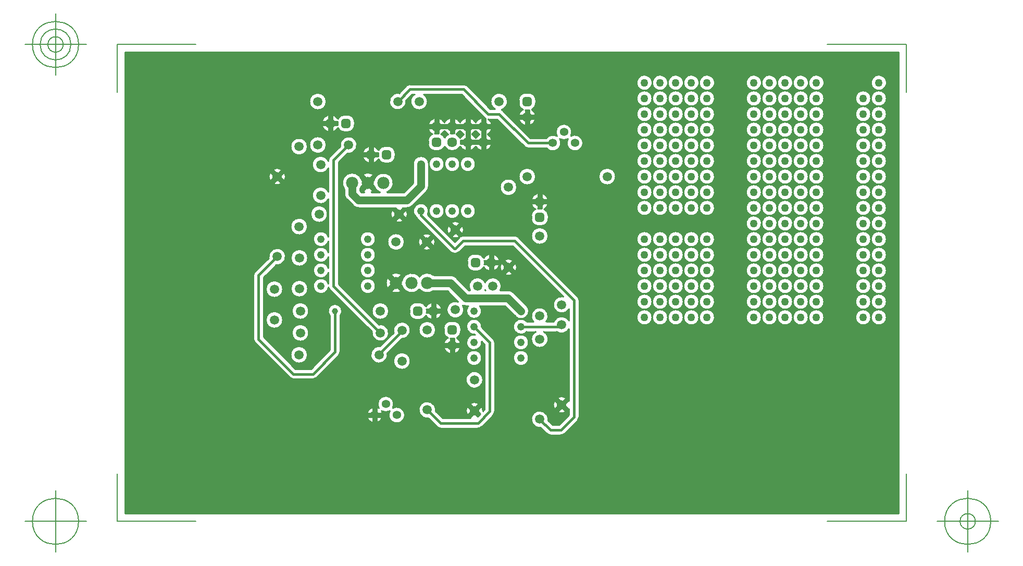
<source format=gbr>
G04 Generated by Ultiboard 12.0 *
%FSLAX25Y25*%
%MOIN*%

%ADD10C,0.00001*%
%ADD11C,0.01000*%
%ADD12C,0.01500*%
%ADD13C,0.05000*%
%ADD14C,0.00500*%
%ADD15C,0.05000*%
%ADD16C,0.05337*%
%ADD17C,0.05906*%
%ADD18C,0.04900*%
%ADD19R,0.02083X0.02083*%
%ADD20C,0.03917*%
%ADD21C,0.06334*%
%ADD22C,0.03937*%
%ADD23C,0.07834*%


G04 ColorRGB 000080 for the following layer *
%LNCopper Bottom*%
%LPD*%
G54D10*
G36*
X497488Y2512D02*
X497488Y2512D01*
X2512Y2512D01*
X2512Y297488D01*
X497488Y297488D01*
X497488Y2512D01*
D02*
G37*
%LPC*%
G36*
X489758Y186464D02*
G75*
D01*
G03X489758Y186464I-4758J1536*
G01*
D02*
G37*
G36*
X479758Y186464D02*
G75*
D01*
G03X479758Y186464I-4758J1536*
G01*
D02*
G37*
G36*
X480965Y280952D02*
G75*
D01*
G03X480965Y280952I4035J-2952*
G01*
D02*
G37*
G36*
X479035Y280952D02*
G75*
D01*
G03X479035Y280952I-4035J-2952*
G01*
D02*
G37*
G36*
X419758Y186464D02*
G75*
D01*
G03X419758Y186464I-4758J1536*
G01*
D02*
G37*
G36*
X429758Y186464D02*
G75*
D01*
G03X429758Y186464I-4758J1536*
G01*
D02*
G37*
G36*
X439758Y186464D02*
G75*
D01*
G03X439758Y186464I-4758J1536*
G01*
D02*
G37*
G36*
X449758Y186464D02*
G75*
D01*
G03X449758Y186464I-4758J1536*
G01*
D02*
G37*
G36*
X409758Y186464D02*
G75*
D01*
G03X409758Y186464I-4758J1536*
G01*
D02*
G37*
G36*
X375441Y132981D02*
G75*
D01*
G03X375441Y132981I-441J-4981*
G01*
D02*
G37*
G36*
X375441Y142981D02*
G75*
D01*
G03X375441Y142981I-441J-4981*
G01*
D02*
G37*
G36*
X375441Y152981D02*
G75*
D01*
G03X375441Y152981I-441J-4981*
G01*
D02*
G37*
G36*
X375441Y162981D02*
G75*
D01*
G03X375441Y162981I-441J-4981*
G01*
D02*
G37*
G36*
X375441Y172981D02*
G75*
D01*
G03X375441Y172981I-441J-4981*
G01*
D02*
G37*
G36*
X375441Y182981D02*
G75*
D01*
G03X375441Y182981I-441J-4981*
G01*
D02*
G37*
G36*
X370242Y186464D02*
G75*
D01*
G03X370242Y186464I4758J1536*
G01*
D02*
G37*
G36*
X360242Y186464D02*
G75*
D01*
G03X360242Y186464I4758J1536*
G01*
D02*
G37*
G36*
X350242Y186464D02*
G75*
D01*
G03X350242Y186464I4758J1536*
G01*
D02*
G37*
G36*
X340242Y186464D02*
G75*
D01*
G03X340242Y186464I4758J1536*
G01*
D02*
G37*
G36*
X330242Y186464D02*
G75*
D01*
G03X330242Y186464I4758J1536*
G01*
D02*
G37*
G36*
X280952Y181830D02*
G75*
D01*
G03X280952Y181830I1048J5351*
G01*
D02*
G37*
G36*
X254312Y179306D02*
G74*
D01*
G03X252000Y180266I2312J2305*
G01*
X252000Y180266D01*
X219001Y180266D01*
G75*
D01*
G03X216901Y179502I-1J-3266*
G01*
X216901Y179502D01*
X214167Y182236D01*
G74*
D01*
G03X215764Y183833I166J1763*
G01*
X215764Y183833D01*
X218571Y181027D01*
G75*
D01*
G03X218571Y186973I-4570J2973*
G01*
X218571Y186973D01*
X215764Y184167D01*
G74*
D01*
G03X214167Y185764I1763J166*
G01*
X214167Y185764D01*
X216973Y188571D01*
G75*
D01*
G03X211027Y188571I-2973J-4570*
G01*
X211027Y188571D01*
X213833Y185764D01*
G74*
D01*
G03X212236Y184167I166J1763*
G01*
X212236Y184167D01*
X209429Y186973D01*
G75*
D01*
G03X209429Y181027I4570J-2973*
G01*
X209429Y181027D01*
X212236Y183833D01*
G74*
D01*
G03X213833Y182236I1763J166*
G01*
X213833Y182236D01*
X211027Y179429D01*
G75*
D01*
G03X216575Y179194I2973J4570*
G01*
X216575Y179194D01*
X213675Y176293D01*
X196343Y193625D01*
G75*
D01*
G03X188998Y192064I-4343J2373*
G01*
G74*
D01*
G03X189691Y191041I3001J1287*
G01*
X189691Y191041D01*
X211055Y169676D01*
G75*
D01*
G03X213368Y168720I2309J2310*
G01*
X213368Y168720D01*
X213986Y168720D01*
G74*
D01*
G03X216297Y169679I1J3266*
G01*
X216297Y169679D01*
X220353Y173734D01*
X250647Y173734D01*
X280952Y143429D01*
X283026Y141355D01*
G75*
D01*
G03X286734Y133295I-1025J-5355*
G01*
X286734Y133295D01*
X286734Y125887D01*
G75*
D01*
G03X276961Y125266I-4734J-2704*
G01*
X276961Y125266D01*
X272136Y125266D01*
G75*
D01*
G03X263864Y125266I-4136J3552*
G01*
X263864Y125266D01*
X259720Y125266D01*
G75*
D01*
G03X259720Y118734I-3720J-3266*
G01*
X259720Y118734D01*
X265295Y118734D01*
G75*
D01*
G03X270705Y118734I2705J-4734*
G01*
X270705Y118734D01*
X278844Y118734D01*
G75*
D01*
G03X286734Y120476I3155J4447*
G01*
X286734Y120476D01*
X286734Y74705D01*
G74*
D01*
G03X286571Y74973I4738J2698*
G01*
X286571Y74973D01*
X283764Y72167D01*
G74*
D01*
G03X282167Y73764I1763J166*
G01*
X282167Y73764D01*
X284973Y76571D01*
G75*
D01*
G03X279027Y76571I-2973J-4570*
G01*
X279027Y76571D01*
X280952Y74645D01*
X281833Y73764D01*
G74*
D01*
G03X280236Y72167I166J1763*
G01*
X280236Y72167D01*
X277429Y74973D01*
G75*
D01*
G03X277429Y69027I4570J-2973*
G01*
X277429Y69027D01*
X280236Y71833D01*
G74*
D01*
G03X281833Y70236I1763J166*
G01*
X281833Y70236D01*
X280952Y69355D01*
X279027Y67429D01*
G75*
D01*
G03X284973Y67429I2973J4570*
G01*
X284973Y67429D01*
X282167Y70236D01*
G74*
D01*
G03X283764Y71833I166J1763*
G01*
X283764Y71833D01*
X286571Y69027D01*
G74*
D01*
G03X286734Y69295I4575J2966*
G01*
X286734Y69295D01*
X286734Y65753D01*
X280952Y59971D01*
X280147Y59166D01*
X276203Y59166D01*
X273388Y61981D01*
G75*
D01*
G03X268718Y57414I-5387J838*
G01*
X268718Y57414D01*
X272541Y53591D01*
G74*
D01*
G03X274658Y52640I2309J2308*
G01*
G75*
D01*
G03X274850Y52634I198J3259*
G01*
X274850Y52634D01*
X281497Y52634D01*
G75*
D01*
G03X282278Y52728I3J3266*
G01*
G74*
D01*
G03X283812Y53594I779J3172*
G01*
X283812Y53594D01*
X292306Y62088D01*
G75*
D01*
G03X293266Y64400I-2305J2312*
G01*
X293266Y64400D01*
X293266Y139000D01*
G74*
D01*
G03X292306Y141312I3266J1*
G01*
X292306Y141312D01*
X254312Y179306D01*
D02*
G37*
G36*
X350965Y280952D02*
G75*
D01*
G03X350965Y280952I4035J-2952*
G01*
D02*
G37*
G36*
X340965Y280952D02*
G75*
D01*
G03X340965Y280952I4035J-2952*
G01*
D02*
G37*
G36*
X330965Y280952D02*
G75*
D01*
G03X330965Y280952I4035J-2952*
G01*
D02*
G37*
G36*
X286074Y242074D02*
G75*
D01*
G03X287926Y243926I4462J-2610*
G01*
G75*
D01*
G03X279003Y243926I-4461J2610*
G01*
G75*
D01*
G03X272387Y242730I-2609J-4462*
G01*
X272387Y242730D01*
X261888Y242730D01*
X244312Y260306D01*
G74*
D01*
G03X243667Y260808I2312J2305*
G01*
G75*
D01*
G03X239295Y261266I-1666J5192*
G01*
X239295Y261266D01*
X236353Y261266D01*
X221493Y276125D01*
G74*
D01*
G03X219181Y277085I2312J2305*
G01*
X219181Y277085D01*
X185004Y277085D01*
G75*
D01*
G03X182691Y276128I-3J-3266*
G01*
X182691Y276128D01*
X177960Y271397D01*
G75*
D01*
G03X182578Y266778I-778J-5396*
G01*
X182578Y266778D01*
X186353Y270553D01*
X187819Y270553D01*
G75*
D01*
G03X193819Y270553I3000J-4552*
G01*
X193819Y270553D01*
X217828Y270553D01*
X232691Y255691D01*
G74*
D01*
G03X233174Y255293I2308J2309*
G01*
X233174Y255293D01*
X233174Y251298D01*
G75*
D01*
G03X230826Y251298I-1174J-1298*
G01*
X230826Y251298D01*
X230826Y255544D01*
G74*
D01*
G03X227000Y252667I1174J5543*
G01*
G74*
D01*
G03X223174Y255544I5000J2666*
G01*
X223174Y255544D01*
X223174Y251298D01*
G75*
D01*
G03X220826Y251298I-1174J-1298*
G01*
X220826Y251298D01*
X220826Y255544D01*
G74*
D01*
G03X217000Y252667I1174J5543*
G01*
G74*
D01*
G03X213174Y255544I5000J2666*
G01*
X213174Y255544D01*
X213174Y251298D01*
G75*
D01*
G03X210826Y251298I-1174J-1298*
G01*
X210826Y251298D01*
X210826Y255544D01*
G74*
D01*
G03X207000Y252667I1174J5543*
G01*
G74*
D01*
G03X203174Y255544I5000J2666*
G01*
X203174Y255544D01*
X203174Y251298D01*
G75*
D01*
G03X200826Y251298I-1174J-1298*
G01*
X200826Y251298D01*
X200826Y255544D01*
G74*
D01*
G03X196456Y251174I1173J5543*
G01*
X196456Y251174D01*
X200702Y251174D01*
G75*
D01*
G03X200702Y248826I1298J-1174*
G01*
X200702Y248826D01*
X196456Y248826D01*
G74*
D01*
G03X199113Y245124I5543J1174*
G01*
G74*
D01*
G03X196478Y241042I1845J4082*
G01*
X196478Y241042D01*
X196478Y238958D01*
G75*
D01*
G03X200959Y234478I4481J1*
G01*
X200959Y234478D01*
X203042Y234478D01*
G74*
D01*
G03X207124Y237113I0J4480*
G01*
G75*
D01*
G03X217000Y237333I4876J2886*
G01*
G74*
D01*
G03X220826Y234456I5000J2666*
G01*
X220826Y234456D01*
X220826Y238702D01*
G75*
D01*
G03X223174Y238702I1174J1298*
G01*
X223174Y238702D01*
X223174Y234456D01*
G74*
D01*
G03X227000Y237333I1174J5543*
G01*
G74*
D01*
G03X230826Y234456I5000J2666*
G01*
X230826Y234456D01*
X230826Y238702D01*
G75*
D01*
G03X233174Y238702I1174J1298*
G01*
X233174Y238702D01*
X233174Y234456D01*
G74*
D01*
G03X237544Y238826I1173J5543*
G01*
X237544Y238826D01*
X233298Y238826D01*
G75*
D01*
G03X233298Y241174I-1298J1174*
G01*
X233298Y241174D01*
X237544Y241174D01*
G74*
D01*
G03X234667Y245000I5543J1174*
G01*
G74*
D01*
G03X237544Y248826I2666J5000*
G01*
X237544Y248826D01*
X233298Y248826D01*
G75*
D01*
G03X233298Y251174I-1298J1174*
G01*
X233298Y251174D01*
X237544Y251174D01*
G74*
D01*
G03X235115Y254734I5543J1173*
G01*
X235115Y254734D01*
X240647Y254734D01*
X258226Y237155D01*
G75*
D01*
G03X260540Y236199I2309J2310*
G01*
X260540Y236199D01*
X272387Y236199D01*
G75*
D01*
G03X280855Y242074I4011J3258*
G01*
G75*
D01*
G03X286074Y242074I2610J4461*
G01*
D02*
G37*
G36*
X360965Y280952D02*
G75*
D01*
G03X360965Y280952I4035J-2952*
G01*
D02*
G37*
G36*
X375441Y202981D02*
G75*
D01*
G03X375441Y202981I-441J-4981*
G01*
D02*
G37*
G36*
X375441Y212981D02*
G75*
D01*
G03X375441Y212981I-441J-4981*
G01*
D02*
G37*
G36*
X375441Y222981D02*
G75*
D01*
G03X375441Y222981I-441J-4981*
G01*
D02*
G37*
G36*
X375441Y232981D02*
G75*
D01*
G03X375441Y232981I-441J-4981*
G01*
D02*
G37*
G36*
X375441Y242981D02*
G75*
D01*
G03X375441Y242981I-441J-4981*
G01*
D02*
G37*
G36*
X375441Y252981D02*
G75*
D01*
G03X375441Y252981I-441J-4981*
G01*
D02*
G37*
G36*
X375441Y262981D02*
G75*
D01*
G03X375441Y262981I-441J-4981*
G01*
D02*
G37*
G36*
X375441Y272981D02*
G75*
D01*
G03X375441Y272981I-441J-4981*
G01*
D02*
G37*
G36*
X370965Y280952D02*
G75*
D01*
G03X370965Y280952I4035J-2952*
G01*
D02*
G37*
G36*
X430965Y280952D02*
G75*
D01*
G03X430965Y280952I4035J-2952*
G01*
D02*
G37*
G36*
X420965Y280952D02*
G75*
D01*
G03X420965Y280952I4035J-2952*
G01*
D02*
G37*
G36*
X410965Y280952D02*
G75*
D01*
G03X410965Y280952I4035J-2952*
G01*
D02*
G37*
G36*
X400965Y280952D02*
G75*
D01*
G03X400965Y280952I4035J-2952*
G01*
D02*
G37*
G36*
X440965Y280952D02*
G75*
D01*
G03X440965Y280952I4035J-2952*
G01*
D02*
G37*
G36*
X184819Y198317D02*
G74*
D01*
G03X186556Y199451I1818J4682*
G01*
X186556Y199451D01*
X195549Y208444D01*
G75*
D01*
G03X197024Y212000I-3548J3556*
G01*
X197024Y212000D01*
X197024Y226000D01*
G75*
D01*
G03X186976Y226000I-5024J0*
G01*
X186976Y226000D01*
X186976Y214081D01*
X186464Y213570D01*
X180919Y208024D01*
X170338Y208024D01*
G75*
D01*
G03X161914Y216034I-2338J5976*
G01*
X161914Y216034D01*
X160296Y214416D01*
G74*
D01*
G03X158416Y216296I2296J416*
G01*
X158416Y216296D01*
X161499Y219379D01*
G75*
D01*
G03X154501Y219379I-3499J-5378*
G01*
X154501Y219379D01*
X157584Y216296D01*
G74*
D01*
G03X155704Y214416I416J2296*
G01*
X155704Y214416D01*
X154086Y216034D01*
G75*
D01*
G03X142976Y210008I-6084J-2039*
G01*
X142976Y210008D01*
X142976Y207005D01*
G75*
D01*
G03X144447Y203447I5024J-6*
G01*
X144447Y203447D01*
X148447Y199447D01*
G75*
D01*
G03X152004Y197976I3552J3553*
G01*
X152004Y197976D01*
X175621Y197976D01*
X177833Y195764D01*
G74*
D01*
G03X176236Y194167I166J1763*
G01*
X176236Y194167D01*
X173429Y196973D01*
G75*
D01*
G03X173429Y191027I4570J-2973*
G01*
X173429Y191027D01*
X176236Y193833D01*
G74*
D01*
G03X177833Y192236I1763J166*
G01*
X177833Y192236D01*
X175027Y189429D01*
G75*
D01*
G03X180973Y189429I2973J4570*
G01*
X180973Y189429D01*
X178167Y192236D01*
G74*
D01*
G03X179764Y193833I166J1763*
G01*
X179764Y193833D01*
X182571Y191027D01*
G75*
D01*
G03X182571Y196973I-4570J2973*
G01*
X182571Y196973D01*
X179764Y194167D01*
G74*
D01*
G03X178167Y195764I1763J166*
G01*
X178167Y195764D01*
X180379Y197976D01*
X182995Y197976D01*
G75*
D01*
G03X184819Y198317I5J5024*
G01*
D02*
G37*
G36*
X222465Y91976D02*
G75*
D01*
G03X222465Y91976I3732J-3976*
G01*
D02*
G37*
G36*
X230929Y112452D02*
X230929Y112452D01*
X232734Y110647D01*
X232734Y69153D01*
X231644Y68062D01*
G75*
D01*
G03X230768Y71288I-5446J253*
G01*
X230768Y71288D01*
X227961Y68482D01*
G74*
D01*
G03X226363Y70079I1763J166*
G01*
X226363Y70079D01*
X229170Y72886D01*
G75*
D01*
G03X223223Y72886I-2973J-4570*
G01*
X223223Y72886D01*
X226030Y70079D01*
G74*
D01*
G03X224433Y68482I166J1763*
G01*
X224433Y68482D01*
X221626Y71288D01*
G75*
D01*
G03X221626Y65341I4570J-2973*
G01*
X221626Y65341D01*
X224433Y68148D01*
G74*
D01*
G03X226030Y66551I1763J166*
G01*
X226030Y66551D01*
X223223Y63744D01*
G74*
D01*
G03X223431Y63616I2961J4579*
G01*
X223431Y63616D01*
X205822Y63616D01*
X201397Y68040D01*
G75*
D01*
G03X196778Y63422I-5396J778*
G01*
X196778Y63422D01*
X202160Y58041D01*
G74*
D01*
G03X203770Y57160I2309J2308*
G01*
G75*
D01*
G03X204469Y57084I700J3189*
G01*
X204469Y57084D01*
X228546Y57084D01*
G75*
D01*
G03X229689Y57289I4J3266*
G01*
G74*
D01*
G03X230862Y58044I1140J3060*
G01*
X230862Y58044D01*
X238306Y65488D01*
G75*
D01*
G03X239266Y67800I-2305J2312*
G01*
X239266Y67800D01*
X239266Y112000D01*
G74*
D01*
G03X238306Y114312I3266J1*
G01*
X238306Y114312D01*
X230940Y121679D01*
G75*
D01*
G03X226321Y117060I-4940J321*
G01*
X226321Y117060D01*
X226452Y116929D01*
G75*
D01*
G03X230929Y112452I-451J-4928*
G01*
D02*
G37*
G36*
X99222Y161422D02*
G75*
D01*
G03X94603Y166040I777J5396*
G01*
X94603Y166040D01*
X85691Y157128D01*
G75*
D01*
G03X84734Y154813I2308J-2309*
G01*
X84734Y154813D01*
X84734Y114104D01*
G75*
D01*
G03X85691Y111791I3266J-3*
G01*
X85691Y111791D01*
X91976Y105505D01*
X105505Y91976D01*
X108041Y89441D01*
G75*
D01*
G03X110353Y88484I2309J2308*
G01*
X110353Y88484D01*
X122900Y88484D01*
G74*
D01*
G03X125212Y89444I1J3266*
G01*
X125212Y89444D01*
X127745Y91976D01*
X139306Y103538D01*
G75*
D01*
G03X140266Y105850I-2305J2312*
G01*
X140266Y105850D01*
X140266Y128950D01*
G75*
D01*
G03X133734Y128950I-3266J3049*
G01*
X133734Y128950D01*
X133734Y107203D01*
X121547Y95016D01*
X111703Y95016D01*
X91266Y115453D01*
X91266Y153466D01*
X91976Y154177D01*
X91976Y154177D01*
X99222Y161422D01*
D02*
G37*
G36*
X165222Y123397D02*
X165222Y123397D01*
X139266Y149353D01*
X139266Y227159D01*
X144907Y232800D01*
G75*
D01*
G03X140288Y237418I777J5396*
G01*
X140288Y237418D01*
X133691Y230821D01*
G75*
D01*
G03X132734Y228506I2308J-2309*
G01*
X132734Y228506D01*
X132734Y228012D01*
G75*
D01*
G03X132734Y223358I-4930J-2327*
G01*
X132734Y223358D01*
X132734Y208327D01*
G75*
D01*
G03X132734Y203673I-4930J-2327*
G01*
X132734Y203673D01*
X132734Y179445D01*
G75*
D01*
G03X132734Y176555I-4733J-1445*
G01*
X132734Y176555D01*
X132734Y169445D01*
G75*
D01*
G03X132734Y166555I-4733J-1445*
G01*
X132734Y166555D01*
X132734Y159445D01*
G75*
D01*
G03X132734Y156555I-4733J-1445*
G01*
X132734Y156555D01*
X132734Y149445D01*
G75*
D01*
G03X132865Y147086I-4733J-1446*
G01*
G74*
D01*
G03X133691Y145691I3134J914*
G01*
X133691Y145691D01*
X160603Y118778D01*
G75*
D01*
G03X165222Y123397I5396J-777*
G01*
D02*
G37*
G36*
X119433Y186464D02*
G75*
D01*
G03X119433Y186464I-5433J-464*
G01*
D02*
G37*
G36*
X184478Y130959D02*
G75*
D01*
G03X188958Y126478I4480J-1*
G01*
X188958Y126478D01*
X191041Y126478D01*
G74*
D01*
G03X195124Y129113I0J4481*
G01*
G74*
D01*
G03X198826Y126456I4876J2886*
G01*
X198826Y126456D01*
X198826Y130702D01*
G75*
D01*
G03X201174Y130702I1174J1298*
G01*
X201174Y130702D01*
X201174Y126456D01*
G74*
D01*
G03X205544Y130826I1173J5543*
G01*
X205544Y130826D01*
X201298Y130826D01*
G75*
D01*
G03X201298Y133174I-1298J1174*
G01*
X201298Y133174D01*
X205544Y133174D01*
G74*
D01*
G03X201174Y137544I5543J1173*
G01*
X201174Y137544D01*
X201174Y133298D01*
G75*
D01*
G03X198826Y133298I-1174J-1298*
G01*
X198826Y133298D01*
X198826Y137544D01*
G74*
D01*
G03X195124Y134887I1174J5543*
G01*
G74*
D01*
G03X191041Y137522I4082J1845*
G01*
X191041Y137522D01*
X188958Y137522D01*
G75*
D01*
G03X184478Y133042I0J-4480*
G01*
X184478Y133042D01*
X184478Y130959D01*
D02*
G37*
G36*
X179914Y147966D02*
G75*
D01*
G03X191000Y145978I6086J2032*
G01*
G75*
D01*
G03X199795Y144826I5000J4021*
G01*
X199795Y144826D01*
X208919Y144826D01*
X215767Y137977D01*
G75*
D01*
G03X218664Y135643I-1767J-5158*
G01*
G75*
D01*
G03X220552Y135276I1885J4657*
G01*
X220552Y135276D01*
X222289Y135276D01*
G75*
D01*
G03X229711Y135276I3711J-3276*
G01*
X229711Y135276D01*
X245619Y135276D01*
X252447Y128447D01*
G75*
D01*
G03X259553Y135553I3553J3553*
G01*
X259553Y135553D01*
X251256Y143849D01*
G74*
D01*
G03X248941Y145168I3555J3549*
G01*
G75*
D01*
G03X247696Y145324I-1242J-4867*
G01*
X247696Y145324D01*
X242751Y145324D01*
G75*
D01*
G03X233079Y150348I-4760J2659*
G01*
G75*
D01*
G03X223406Y145324I-4921J-2350*
G01*
X223406Y145324D01*
X222631Y145324D01*
X214556Y153399D01*
G74*
D01*
G03X211000Y154874I3556J3548*
G01*
X211000Y154874D01*
X200174Y154874D01*
G75*
D01*
G03X191000Y154022I-4174J-4874*
G01*
G75*
D01*
G03X179914Y152034I-5000J-4020*
G01*
X179914Y152034D01*
X178296Y150416D01*
G74*
D01*
G03X176416Y152296I2296J416*
G01*
X176416Y152296D01*
X179499Y155379D01*
G75*
D01*
G03X172501Y155379I-3499J-5378*
G01*
X172501Y155379D01*
X175584Y152296D01*
G74*
D01*
G03X173704Y150416I416J2296*
G01*
X173704Y150416D01*
X170621Y153499D01*
G75*
D01*
G03X170621Y146501I5378J-3499*
G01*
X170621Y146501D01*
X173704Y149584D01*
G74*
D01*
G03X175584Y147704I2296J416*
G01*
X175584Y147704D01*
X172501Y144621D01*
G75*
D01*
G03X179499Y144621I3499J5378*
G01*
X179499Y144621D01*
X176416Y147704D01*
G74*
D01*
G03X178296Y149584I416J2296*
G01*
X178296Y149584D01*
X179914Y147966D01*
D02*
G37*
G36*
X262547Y180000D02*
G75*
D01*
G03X262547Y180000I5453J0*
G01*
D02*
G37*
G36*
X470000Y198000D02*
G75*
D01*
G03X470000Y198000I5000J0*
G01*
D02*
G37*
G36*
X480000Y198000D02*
G75*
D01*
G03X480000Y198000I5000J0*
G01*
D02*
G37*
G36*
X470000Y208000D02*
G75*
D01*
G03X470000Y208000I5000J0*
G01*
D02*
G37*
G36*
X480000Y208000D02*
G75*
D01*
G03X480000Y208000I5000J0*
G01*
D02*
G37*
G36*
X470000Y218000D02*
G75*
D01*
G03X470000Y218000I5000J0*
G01*
D02*
G37*
G36*
X480000Y218000D02*
G75*
D01*
G03X480000Y218000I5000J0*
G01*
D02*
G37*
G36*
X470000Y228000D02*
G75*
D01*
G03X470000Y228000I5000J0*
G01*
D02*
G37*
G36*
X480000Y228000D02*
G75*
D01*
G03X480000Y228000I5000J0*
G01*
D02*
G37*
G36*
X470000Y238000D02*
G75*
D01*
G03X470000Y238000I5000J0*
G01*
D02*
G37*
G36*
X480000Y238000D02*
G75*
D01*
G03X480000Y238000I5000J0*
G01*
D02*
G37*
G36*
X470000Y248000D02*
G75*
D01*
G03X470000Y248000I5000J0*
G01*
D02*
G37*
G36*
X480000Y248000D02*
G75*
D01*
G03X480000Y248000I5000J0*
G01*
D02*
G37*
G36*
X470000Y258000D02*
G75*
D01*
G03X470000Y258000I5000J0*
G01*
D02*
G37*
G36*
X480000Y258000D02*
G75*
D01*
G03X480000Y258000I5000J0*
G01*
D02*
G37*
G36*
X470000Y268000D02*
G75*
D01*
G03X470000Y268000I5000J0*
G01*
D02*
G37*
G36*
X480000Y268000D02*
G75*
D01*
G03X480000Y268000I5000J0*
G01*
D02*
G37*
G36*
X470000Y128000D02*
G75*
D01*
G03X470000Y128000I5000J0*
G01*
D02*
G37*
G36*
X480000Y128000D02*
G75*
D01*
G03X480000Y128000I5000J0*
G01*
D02*
G37*
G36*
X470000Y138000D02*
G75*
D01*
G03X470000Y138000I5000J0*
G01*
D02*
G37*
G36*
X480000Y138000D02*
G75*
D01*
G03X480000Y138000I5000J0*
G01*
D02*
G37*
G36*
X470000Y148000D02*
G75*
D01*
G03X470000Y148000I5000J0*
G01*
D02*
G37*
G36*
X480000Y148000D02*
G75*
D01*
G03X480000Y148000I5000J0*
G01*
D02*
G37*
G36*
X470000Y158000D02*
G75*
D01*
G03X470000Y158000I5000J0*
G01*
D02*
G37*
G36*
X480000Y158000D02*
G75*
D01*
G03X480000Y158000I5000J0*
G01*
D02*
G37*
G36*
X470000Y168000D02*
G75*
D01*
G03X470000Y168000I5000J0*
G01*
D02*
G37*
G36*
X480000Y168000D02*
G75*
D01*
G03X480000Y168000I5000J0*
G01*
D02*
G37*
G36*
X470000Y178000D02*
G75*
D01*
G03X470000Y178000I5000J0*
G01*
D02*
G37*
G36*
X480000Y178000D02*
G75*
D01*
G03X480000Y178000I5000J0*
G01*
D02*
G37*
G36*
X257113Y260876D02*
G74*
D01*
G03X254456Y257174I2886J4876*
G01*
X254456Y257174D01*
X258702Y257174D01*
G75*
D01*
G03X258702Y254826I1298J-1174*
G01*
X258702Y254826D01*
X254456Y254826D01*
G74*
D01*
G03X258826Y250456I5543J1173*
G01*
X258826Y250456D01*
X258826Y254702D01*
G75*
D01*
G03X261174Y254702I1174J1298*
G01*
X261174Y254702D01*
X261174Y250456D01*
G74*
D01*
G03X265544Y254826I1173J5543*
G01*
X265544Y254826D01*
X261298Y254826D01*
G75*
D01*
G03X261298Y257174I-1298J1174*
G01*
X261298Y257174D01*
X265544Y257174D01*
G74*
D01*
G03X262887Y260876I5543J1174*
G01*
G75*
D01*
G03X265522Y264959I-1845J4082*
G01*
X265522Y264959D01*
X265522Y267042D01*
G74*
D01*
G03X261042Y271522I4480J0*
G01*
X261042Y271522D01*
X258958Y271522D01*
G75*
D01*
G03X254478Y267042I0J-4480*
G01*
X254478Y267042D01*
X254478Y264959D01*
G75*
D01*
G03X257113Y260876I4480J-1*
G01*
D02*
G37*
G36*
X270887Y197124D02*
G74*
D01*
G03X273544Y200826I2886J4876*
G01*
X273544Y200826D01*
X269298Y200826D01*
G75*
D01*
G03X269298Y203174I-1298J1174*
G01*
X269298Y203174D01*
X273544Y203174D01*
G74*
D01*
G03X269174Y207544I5543J1173*
G01*
X269174Y207544D01*
X269174Y203298D01*
G75*
D01*
G03X266826Y203298I-1174J-1298*
G01*
X266826Y203298D01*
X266826Y207544D01*
G74*
D01*
G03X262456Y203174I1173J5543*
G01*
X262456Y203174D01*
X266702Y203174D01*
G75*
D01*
G03X266702Y200826I1298J-1174*
G01*
X266702Y200826D01*
X262456Y200826D01*
G74*
D01*
G03X265113Y197124I5543J1174*
G01*
G74*
D01*
G03X262478Y193041I1845J4082*
G01*
X262478Y193041D01*
X262478Y190958D01*
G75*
D01*
G03X266959Y186478I4481J1*
G01*
X266959Y186478D01*
X269042Y186478D01*
G75*
D01*
G03X273522Y190958I0J4480*
G01*
X273522Y190958D01*
X273522Y193041D01*
G74*
D01*
G03X270887Y197124I4480J1*
G01*
D02*
G37*
G36*
X197050Y196000D02*
G75*
D01*
G03X197050Y196000I4950J0*
G01*
D02*
G37*
G36*
X207050Y196000D02*
G75*
D01*
G03X207050Y196000I4950J0*
G01*
D02*
G37*
G36*
X217050Y196000D02*
G75*
D01*
G03X217050Y196000I4950J0*
G01*
D02*
G37*
G36*
X242547Y211181D02*
G75*
D01*
G03X242547Y211181I5453J0*
G01*
D02*
G37*
G36*
X254547Y218000D02*
G75*
D01*
G03X254547Y218000I5453J0*
G01*
D02*
G37*
G36*
X197050Y226000D02*
G75*
D01*
G03X197050Y226000I4950J0*
G01*
D02*
G37*
G36*
X207050Y226000D02*
G75*
D01*
G03X207050Y226000I4950J0*
G01*
D02*
G37*
G36*
X217050Y226000D02*
G75*
D01*
G03X217050Y226000I4950J0*
G01*
D02*
G37*
G36*
X172074Y68074D02*
G75*
D01*
G03X173926Y69926I4462J-2610*
G01*
G75*
D01*
G03X165003Y69926I-4461J2610*
G01*
G74*
D01*
G03X163464Y70521I2610J4462*
G01*
X163464Y70521D01*
X163464Y67116D01*
G75*
D01*
G03X161323Y67116I-1070J-1651*
G01*
X161323Y67116D01*
X161323Y70521D01*
G74*
D01*
G03X157337Y66535I1070J5056*
G01*
X157337Y66535D01*
X160741Y66535D01*
G75*
D01*
G03X160741Y64394I1651J-1070*
G01*
X160741Y64394D01*
X157337Y64394D01*
G74*
D01*
G03X161323Y60408I5055J1069*
G01*
X161323Y60408D01*
X161323Y63812D01*
G75*
D01*
G03X163464Y63812I1071J1651*
G01*
X163464Y63812D01*
X163464Y60408D01*
G74*
D01*
G03X167450Y64394I1070J5056*
G01*
X167450Y64394D01*
X164045Y64394D01*
G75*
D01*
G03X164045Y66535I-1651J1071*
G01*
X164045Y66535D01*
X167450Y66535D01*
G74*
D01*
G03X166855Y68074I5057J1071*
G01*
G75*
D01*
G03X172074Y68074I2610J4461*
G01*
D02*
G37*
G36*
X360000Y268000D02*
G75*
D01*
G03X360000Y268000I5000J0*
G01*
D02*
G37*
G36*
X350000Y268000D02*
G75*
D01*
G03X350000Y268000I5000J0*
G01*
D02*
G37*
G36*
X340000Y268000D02*
G75*
D01*
G03X340000Y268000I5000J0*
G01*
D02*
G37*
G36*
X340000Y258000D02*
G75*
D01*
G03X340000Y258000I5000J0*
G01*
D02*
G37*
G36*
X350000Y258000D02*
G75*
D01*
G03X350000Y258000I5000J0*
G01*
D02*
G37*
G36*
X360000Y258000D02*
G75*
D01*
G03X360000Y258000I5000J0*
G01*
D02*
G37*
G36*
X360000Y248000D02*
G75*
D01*
G03X360000Y248000I5000J0*
G01*
D02*
G37*
G36*
X350000Y248000D02*
G75*
D01*
G03X350000Y248000I5000J0*
G01*
D02*
G37*
G36*
X340000Y248000D02*
G75*
D01*
G03X340000Y248000I5000J0*
G01*
D02*
G37*
G36*
X340000Y238000D02*
G75*
D01*
G03X340000Y238000I5000J0*
G01*
D02*
G37*
G36*
X350000Y238000D02*
G75*
D01*
G03X350000Y238000I5000J0*
G01*
D02*
G37*
G36*
X360000Y238000D02*
G75*
D01*
G03X360000Y238000I5000J0*
G01*
D02*
G37*
G36*
X360000Y228000D02*
G75*
D01*
G03X360000Y228000I5000J0*
G01*
D02*
G37*
G36*
X350000Y228000D02*
G75*
D01*
G03X350000Y228000I5000J0*
G01*
D02*
G37*
G36*
X340000Y228000D02*
G75*
D01*
G03X340000Y228000I5000J0*
G01*
D02*
G37*
G36*
X340000Y218000D02*
G75*
D01*
G03X340000Y218000I5000J0*
G01*
D02*
G37*
G36*
X350000Y218000D02*
G75*
D01*
G03X350000Y218000I5000J0*
G01*
D02*
G37*
G36*
X360000Y218000D02*
G75*
D01*
G03X360000Y218000I5000J0*
G01*
D02*
G37*
G36*
X360000Y208000D02*
G75*
D01*
G03X360000Y208000I5000J0*
G01*
D02*
G37*
G36*
X350000Y208000D02*
G75*
D01*
G03X350000Y208000I5000J0*
G01*
D02*
G37*
G36*
X340000Y208000D02*
G75*
D01*
G03X340000Y208000I5000J0*
G01*
D02*
G37*
G36*
X340000Y198000D02*
G75*
D01*
G03X340000Y198000I5000J0*
G01*
D02*
G37*
G36*
X350000Y198000D02*
G75*
D01*
G03X350000Y198000I5000J0*
G01*
D02*
G37*
G36*
X360000Y198000D02*
G75*
D01*
G03X360000Y198000I5000J0*
G01*
D02*
G37*
G36*
X330000Y198000D02*
G75*
D01*
G03X330000Y198000I5000J0*
G01*
D02*
G37*
G36*
X330000Y208000D02*
G75*
D01*
G03X330000Y208000I5000J0*
G01*
D02*
G37*
G36*
X330000Y218000D02*
G75*
D01*
G03X330000Y218000I5000J0*
G01*
D02*
G37*
G36*
X330000Y228000D02*
G75*
D01*
G03X330000Y228000I5000J0*
G01*
D02*
G37*
G36*
X330000Y238000D02*
G75*
D01*
G03X330000Y238000I5000J0*
G01*
D02*
G37*
G36*
X330000Y248000D02*
G75*
D01*
G03X330000Y248000I5000J0*
G01*
D02*
G37*
G36*
X330000Y258000D02*
G75*
D01*
G03X330000Y258000I5000J0*
G01*
D02*
G37*
G36*
X330000Y268000D02*
G75*
D01*
G03X330000Y268000I5000J0*
G01*
D02*
G37*
G36*
X305728Y218000D02*
G75*
D01*
G03X305728Y218000I5453J0*
G01*
D02*
G37*
G36*
X440000Y268000D02*
G75*
D01*
G03X440000Y268000I5000J0*
G01*
D02*
G37*
G36*
X430000Y268000D02*
G75*
D01*
G03X430000Y268000I5000J0*
G01*
D02*
G37*
G36*
X420000Y268000D02*
G75*
D01*
G03X420000Y268000I5000J0*
G01*
D02*
G37*
G36*
X410000Y268000D02*
G75*
D01*
G03X410000Y268000I5000J0*
G01*
D02*
G37*
G36*
X410000Y258000D02*
G75*
D01*
G03X410000Y258000I5000J0*
G01*
D02*
G37*
G36*
X420000Y258000D02*
G75*
D01*
G03X420000Y258000I5000J0*
G01*
D02*
G37*
G36*
X430000Y258000D02*
G75*
D01*
G03X430000Y258000I5000J0*
G01*
D02*
G37*
G36*
X440000Y258000D02*
G75*
D01*
G03X440000Y258000I5000J0*
G01*
D02*
G37*
G36*
X440000Y248000D02*
G75*
D01*
G03X440000Y248000I5000J0*
G01*
D02*
G37*
G36*
X430000Y248000D02*
G75*
D01*
G03X430000Y248000I5000J0*
G01*
D02*
G37*
G36*
X420000Y248000D02*
G75*
D01*
G03X420000Y248000I5000J0*
G01*
D02*
G37*
G36*
X410000Y248000D02*
G75*
D01*
G03X410000Y248000I5000J0*
G01*
D02*
G37*
G36*
X410000Y238000D02*
G75*
D01*
G03X410000Y238000I5000J0*
G01*
D02*
G37*
G36*
X420000Y238000D02*
G75*
D01*
G03X420000Y238000I5000J0*
G01*
D02*
G37*
G36*
X430000Y238000D02*
G75*
D01*
G03X430000Y238000I5000J0*
G01*
D02*
G37*
G36*
X440000Y238000D02*
G75*
D01*
G03X440000Y238000I5000J0*
G01*
D02*
G37*
G36*
X440000Y228000D02*
G75*
D01*
G03X440000Y228000I5000J0*
G01*
D02*
G37*
G36*
X430000Y228000D02*
G75*
D01*
G03X430000Y228000I5000J0*
G01*
D02*
G37*
G36*
X420000Y228000D02*
G75*
D01*
G03X420000Y228000I5000J0*
G01*
D02*
G37*
G36*
X410000Y228000D02*
G75*
D01*
G03X410000Y228000I5000J0*
G01*
D02*
G37*
G36*
X410000Y218000D02*
G75*
D01*
G03X410000Y218000I5000J0*
G01*
D02*
G37*
G36*
X420000Y218000D02*
G75*
D01*
G03X420000Y218000I5000J0*
G01*
D02*
G37*
G36*
X430000Y218000D02*
G75*
D01*
G03X430000Y218000I5000J0*
G01*
D02*
G37*
G36*
X440000Y218000D02*
G75*
D01*
G03X440000Y218000I5000J0*
G01*
D02*
G37*
G36*
X440000Y208000D02*
G75*
D01*
G03X440000Y208000I5000J0*
G01*
D02*
G37*
G36*
X430000Y208000D02*
G75*
D01*
G03X430000Y208000I5000J0*
G01*
D02*
G37*
G36*
X420000Y208000D02*
G75*
D01*
G03X420000Y208000I5000J0*
G01*
D02*
G37*
G36*
X410000Y208000D02*
G75*
D01*
G03X410000Y208000I5000J0*
G01*
D02*
G37*
G36*
X410000Y198000D02*
G75*
D01*
G03X410000Y198000I5000J0*
G01*
D02*
G37*
G36*
X420000Y198000D02*
G75*
D01*
G03X420000Y198000I5000J0*
G01*
D02*
G37*
G36*
X430000Y198000D02*
G75*
D01*
G03X430000Y198000I5000J0*
G01*
D02*
G37*
G36*
X440000Y198000D02*
G75*
D01*
G03X440000Y198000I5000J0*
G01*
D02*
G37*
G36*
X400000Y198000D02*
G75*
D01*
G03X400000Y198000I5000J0*
G01*
D02*
G37*
G36*
X400000Y208000D02*
G75*
D01*
G03X400000Y208000I5000J0*
G01*
D02*
G37*
G36*
X400000Y218000D02*
G75*
D01*
G03X400000Y218000I5000J0*
G01*
D02*
G37*
G36*
X400000Y228000D02*
G75*
D01*
G03X400000Y228000I5000J0*
G01*
D02*
G37*
G36*
X400000Y238000D02*
G75*
D01*
G03X400000Y238000I5000J0*
G01*
D02*
G37*
G36*
X400000Y248000D02*
G75*
D01*
G03X400000Y248000I5000J0*
G01*
D02*
G37*
G36*
X400000Y258000D02*
G75*
D01*
G03X400000Y258000I5000J0*
G01*
D02*
G37*
G36*
X400000Y268000D02*
G75*
D01*
G03X400000Y268000I5000J0*
G01*
D02*
G37*
G36*
X330000Y128000D02*
G75*
D01*
G03X330000Y128000I5000J0*
G01*
D02*
G37*
G36*
X340000Y128000D02*
G75*
D01*
G03X340000Y128000I5000J0*
G01*
D02*
G37*
G36*
X350000Y128000D02*
G75*
D01*
G03X350000Y128000I5000J0*
G01*
D02*
G37*
G36*
X360000Y128000D02*
G75*
D01*
G03X360000Y128000I5000J0*
G01*
D02*
G37*
G36*
X330000Y138000D02*
G75*
D01*
G03X330000Y138000I5000J0*
G01*
D02*
G37*
G36*
X340000Y138000D02*
G75*
D01*
G03X340000Y138000I5000J0*
G01*
D02*
G37*
G36*
X350000Y138000D02*
G75*
D01*
G03X350000Y138000I5000J0*
G01*
D02*
G37*
G36*
X360000Y138000D02*
G75*
D01*
G03X360000Y138000I5000J0*
G01*
D02*
G37*
G36*
X330000Y148000D02*
G75*
D01*
G03X330000Y148000I5000J0*
G01*
D02*
G37*
G36*
X340000Y148000D02*
G75*
D01*
G03X340000Y148000I5000J0*
G01*
D02*
G37*
G36*
X350000Y148000D02*
G75*
D01*
G03X350000Y148000I5000J0*
G01*
D02*
G37*
G36*
X360000Y148000D02*
G75*
D01*
G03X360000Y148000I5000J0*
G01*
D02*
G37*
G36*
X330000Y158000D02*
G75*
D01*
G03X330000Y158000I5000J0*
G01*
D02*
G37*
G36*
X340000Y158000D02*
G75*
D01*
G03X340000Y158000I5000J0*
G01*
D02*
G37*
G36*
X350000Y158000D02*
G75*
D01*
G03X350000Y158000I5000J0*
G01*
D02*
G37*
G36*
X360000Y158000D02*
G75*
D01*
G03X360000Y158000I5000J0*
G01*
D02*
G37*
G36*
X330000Y168000D02*
G75*
D01*
G03X330000Y168000I5000J0*
G01*
D02*
G37*
G36*
X340000Y168000D02*
G75*
D01*
G03X340000Y168000I5000J0*
G01*
D02*
G37*
G36*
X350000Y168000D02*
G75*
D01*
G03X350000Y168000I5000J0*
G01*
D02*
G37*
G36*
X360000Y168000D02*
G75*
D01*
G03X360000Y168000I5000J0*
G01*
D02*
G37*
G36*
X330000Y178000D02*
G75*
D01*
G03X330000Y178000I5000J0*
G01*
D02*
G37*
G36*
X340000Y178000D02*
G75*
D01*
G03X340000Y178000I5000J0*
G01*
D02*
G37*
G36*
X350000Y178000D02*
G75*
D01*
G03X350000Y178000I5000J0*
G01*
D02*
G37*
G36*
X360000Y178000D02*
G75*
D01*
G03X360000Y178000I5000J0*
G01*
D02*
G37*
G36*
X400000Y128000D02*
G75*
D01*
G03X400000Y128000I5000J0*
G01*
D02*
G37*
G36*
X410000Y128000D02*
G75*
D01*
G03X410000Y128000I5000J0*
G01*
D02*
G37*
G36*
X420000Y128000D02*
G75*
D01*
G03X420000Y128000I5000J0*
G01*
D02*
G37*
G36*
X430000Y128000D02*
G75*
D01*
G03X430000Y128000I5000J0*
G01*
D02*
G37*
G36*
X440000Y128000D02*
G75*
D01*
G03X440000Y128000I5000J0*
G01*
D02*
G37*
G36*
X400000Y138000D02*
G75*
D01*
G03X400000Y138000I5000J0*
G01*
D02*
G37*
G36*
X410000Y138000D02*
G75*
D01*
G03X410000Y138000I5000J0*
G01*
D02*
G37*
G36*
X420000Y138000D02*
G75*
D01*
G03X420000Y138000I5000J0*
G01*
D02*
G37*
G36*
X430000Y138000D02*
G75*
D01*
G03X430000Y138000I5000J0*
G01*
D02*
G37*
G36*
X440000Y138000D02*
G75*
D01*
G03X440000Y138000I5000J0*
G01*
D02*
G37*
G36*
X400000Y148000D02*
G75*
D01*
G03X400000Y148000I5000J0*
G01*
D02*
G37*
G36*
X410000Y148000D02*
G75*
D01*
G03X410000Y148000I5000J0*
G01*
D02*
G37*
G36*
X420000Y148000D02*
G75*
D01*
G03X420000Y148000I5000J0*
G01*
D02*
G37*
G36*
X430000Y148000D02*
G75*
D01*
G03X430000Y148000I5000J0*
G01*
D02*
G37*
G36*
X440000Y148000D02*
G75*
D01*
G03X440000Y148000I5000J0*
G01*
D02*
G37*
G36*
X400000Y158000D02*
G75*
D01*
G03X400000Y158000I5000J0*
G01*
D02*
G37*
G36*
X410000Y158000D02*
G75*
D01*
G03X410000Y158000I5000J0*
G01*
D02*
G37*
G36*
X420000Y158000D02*
G75*
D01*
G03X420000Y158000I5000J0*
G01*
D02*
G37*
G36*
X430000Y158000D02*
G75*
D01*
G03X430000Y158000I5000J0*
G01*
D02*
G37*
G36*
X440000Y158000D02*
G75*
D01*
G03X440000Y158000I5000J0*
G01*
D02*
G37*
G36*
X400000Y168000D02*
G75*
D01*
G03X400000Y168000I5000J0*
G01*
D02*
G37*
G36*
X410000Y168000D02*
G75*
D01*
G03X410000Y168000I5000J0*
G01*
D02*
G37*
G36*
X420000Y168000D02*
G75*
D01*
G03X420000Y168000I5000J0*
G01*
D02*
G37*
G36*
X430000Y168000D02*
G75*
D01*
G03X430000Y168000I5000J0*
G01*
D02*
G37*
G36*
X440000Y168000D02*
G75*
D01*
G03X440000Y168000I5000J0*
G01*
D02*
G37*
G36*
X400000Y178000D02*
G75*
D01*
G03X400000Y178000I5000J0*
G01*
D02*
G37*
G36*
X410000Y178000D02*
G75*
D01*
G03X410000Y178000I5000J0*
G01*
D02*
G37*
G36*
X420000Y178000D02*
G75*
D01*
G03X420000Y178000I5000J0*
G01*
D02*
G37*
G36*
X430000Y178000D02*
G75*
D01*
G03X430000Y178000I5000J0*
G01*
D02*
G37*
G36*
X440000Y178000D02*
G75*
D01*
G03X440000Y178000I5000J0*
G01*
D02*
G37*
G36*
X121366Y194000D02*
G75*
D01*
G03X121366Y194000I5453J0*
G01*
D02*
G37*
G36*
X99833Y219764D02*
G74*
D01*
G03X98236Y218167I166J1763*
G01*
X98236Y218167D01*
X95429Y220973D01*
G75*
D01*
G03X95429Y215027I4570J-2973*
G01*
X95429Y215027D01*
X98236Y217833D01*
G74*
D01*
G03X99833Y216236I1763J166*
G01*
X99833Y216236D01*
X97027Y213429D01*
G75*
D01*
G03X102973Y213429I2973J4570*
G01*
X102973Y213429D01*
X100167Y216236D01*
G74*
D01*
G03X101764Y217833I166J1763*
G01*
X101764Y217833D01*
X104571Y215027D01*
G75*
D01*
G03X104571Y220973I-4570J2973*
G01*
X104571Y220973D01*
X101764Y218167D01*
G74*
D01*
G03X100167Y219764I1763J166*
G01*
X100167Y219764D01*
X102973Y222571D01*
G75*
D01*
G03X97027Y222571I-2973J-4570*
G01*
X97027Y222571D01*
X99833Y219764D01*
D02*
G37*
G36*
X164876Y234887D02*
G74*
D01*
G03X161174Y237544I4876J2886*
G01*
X161174Y237544D01*
X161174Y233298D01*
G75*
D01*
G03X158826Y233298I-1174J-1298*
G01*
X158826Y233298D01*
X158826Y237544D01*
G74*
D01*
G03X154456Y233174I1173J5543*
G01*
X154456Y233174D01*
X158702Y233174D01*
G75*
D01*
G03X158702Y230826I1298J-1174*
G01*
X158702Y230826D01*
X154456Y230826D01*
G74*
D01*
G03X158826Y226456I5543J1173*
G01*
X158826Y226456D01*
X158826Y230702D01*
G75*
D01*
G03X161174Y230702I1174J1298*
G01*
X161174Y230702D01*
X161174Y226456D01*
G74*
D01*
G03X164876Y229113I1174J5543*
G01*
G75*
D01*
G03X168959Y226478I4082J1845*
G01*
X168959Y226478D01*
X171042Y226478D01*
G75*
D01*
G03X175522Y230958I0J4480*
G01*
X175522Y230958D01*
X175522Y233042D01*
G74*
D01*
G03X171042Y237522I4480J0*
G01*
X171042Y237522D01*
X168959Y237522D01*
G75*
D01*
G03X164876Y234887I-1J-4480*
G01*
D02*
G37*
G36*
X108547Y237181D02*
G75*
D01*
G03X108547Y237181I5453J0*
G01*
D02*
G37*
G36*
X120547Y238197D02*
G75*
D01*
G03X120547Y238197I5453J0*
G01*
D02*
G37*
G36*
X138876Y254887D02*
G74*
D01*
G03X135174Y257544I4876J2886*
G01*
X135174Y257544D01*
X135174Y253298D01*
G75*
D01*
G03X132826Y253298I-1174J-1298*
G01*
X132826Y253298D01*
X132826Y257544D01*
G74*
D01*
G03X128456Y253174I1173J5543*
G01*
X128456Y253174D01*
X132702Y253174D01*
G75*
D01*
G03X132702Y250826I1298J-1174*
G01*
X132702Y250826D01*
X128456Y250826D01*
G74*
D01*
G03X132826Y246456I5543J1173*
G01*
X132826Y246456D01*
X132826Y250702D01*
G75*
D01*
G03X135174Y250702I1174J1298*
G01*
X135174Y250702D01*
X135174Y246456D01*
G74*
D01*
G03X138876Y249113I1174J5543*
G01*
G75*
D01*
G03X142959Y246478I4082J1845*
G01*
X142959Y246478D01*
X145042Y246478D01*
G75*
D01*
G03X149522Y250958I0J4480*
G01*
X149522Y250958D01*
X149522Y253042D01*
G74*
D01*
G03X145042Y257522I4480J0*
G01*
X145042Y257522D01*
X142959Y257522D01*
G75*
D01*
G03X138876Y254887I-1J-4480*
G01*
D02*
G37*
G36*
X120547Y266000D02*
G75*
D01*
G03X120547Y266000I5453J0*
G01*
D02*
G37*
G36*
X221050Y102000D02*
G75*
D01*
G03X221050Y102000I4950J0*
G01*
D02*
G37*
G36*
X251050Y102000D02*
G75*
D01*
G03X251050Y102000I4950J0*
G01*
D02*
G37*
G36*
X214887Y114876D02*
G75*
D01*
G03X217522Y118959I-1845J4082*
G01*
X217522Y118959D01*
X217522Y121042D01*
G74*
D01*
G03X213042Y125522I4480J0*
G01*
X213042Y125522D01*
X210958Y125522D01*
G75*
D01*
G03X206478Y121042I0J-4480*
G01*
X206478Y121042D01*
X206478Y118959D01*
G75*
D01*
G03X209113Y114876I4480J-1*
G01*
G74*
D01*
G03X206456Y111174I2886J4876*
G01*
X206456Y111174D01*
X210702Y111174D01*
G75*
D01*
G03X210702Y108826I1298J-1174*
G01*
X210702Y108826D01*
X206456Y108826D01*
G74*
D01*
G03X210826Y104456I5543J1173*
G01*
X210826Y104456D01*
X210826Y108702D01*
G75*
D01*
G03X213174Y108702I1174J1298*
G01*
X213174Y108702D01*
X213174Y104456D01*
G74*
D01*
G03X217544Y108826I1173J5543*
G01*
X217544Y108826D01*
X213298Y108826D01*
G75*
D01*
G03X213298Y111174I-1298J1174*
G01*
X213298Y111174D01*
X217544Y111174D01*
G74*
D01*
G03X214887Y114876I5543J1174*
G01*
D02*
G37*
G36*
X251050Y112000D02*
G75*
D01*
G03X251050Y112000I4950J0*
G01*
D02*
G37*
G36*
X190547Y120000D02*
G75*
D01*
G03X190547Y120000I5453J0*
G01*
D02*
G37*
G36*
X195518Y177961D02*
G74*
D01*
G03X193921Y176363I166J1763*
G01*
X193921Y176363D01*
X191114Y179170D01*
G75*
D01*
G03X191114Y173223I4570J-2973*
G01*
X191114Y173223D01*
X193921Y176030D01*
G74*
D01*
G03X195518Y174433I1763J166*
G01*
X195518Y174433D01*
X192712Y171626D01*
G75*
D01*
G03X198659Y171626I2974J4570*
G01*
X198659Y171626D01*
X195852Y174433D01*
G74*
D01*
G03X197449Y176030I166J1763*
G01*
X197449Y176030D01*
X200256Y173223D01*
G75*
D01*
G03X200256Y179170I-4571J2974*
G01*
X200256Y179170D01*
X197449Y176363D01*
G74*
D01*
G03X195852Y177961I1763J165*
G01*
X195852Y177961D01*
X198659Y180768D01*
G75*
D01*
G03X192712Y180768I-2973J-4571*
G01*
X192712Y180768D01*
X195518Y177961D01*
D02*
G37*
G36*
X232124Y160113D02*
G74*
D01*
G03X235826Y157456I4876J2886*
G01*
X235826Y157456D01*
X235826Y161702D01*
G75*
D01*
G03X238174Y161702I1174J1298*
G01*
X238174Y161702D01*
X238174Y157456D01*
G74*
D01*
G03X242544Y161826I1173J5543*
G01*
X242544Y161826D01*
X238298Y161826D01*
G75*
D01*
G03X238298Y164174I-1298J1174*
G01*
X238298Y164174D01*
X242544Y164174D01*
G74*
D01*
G03X238174Y168544I5543J1173*
G01*
X238174Y168544D01*
X238174Y164298D01*
G75*
D01*
G03X235826Y164298I-1174J-1298*
G01*
X235826Y164298D01*
X235826Y168544D01*
G74*
D01*
G03X232124Y165887I1174J5543*
G01*
G74*
D01*
G03X228041Y168522I4082J1845*
G01*
X228041Y168522D01*
X225958Y168522D01*
G75*
D01*
G03X221478Y164042I0J-4480*
G01*
X221478Y164042D01*
X221478Y161959D01*
G75*
D01*
G03X225958Y157478I4480J-1*
G01*
X225958Y157478D01*
X228041Y157478D01*
G74*
D01*
G03X232124Y160113I0J4481*
G01*
D02*
G37*
G36*
X247833Y161764D02*
G74*
D01*
G03X246236Y160167I166J1763*
G01*
X246236Y160167D01*
X243429Y162973D01*
G75*
D01*
G03X243429Y157027I4570J-2973*
G01*
X243429Y157027D01*
X246236Y159833D01*
G74*
D01*
G03X247833Y158236I1763J166*
G01*
X247833Y158236D01*
X245027Y155429D01*
G75*
D01*
G03X250973Y155429I2973J4570*
G01*
X250973Y155429D01*
X248167Y158236D01*
G74*
D01*
G03X249764Y159833I166J1763*
G01*
X249764Y159833D01*
X252571Y157027D01*
G75*
D01*
G03X252571Y162973I-4570J2973*
G01*
X252571Y162973D01*
X249764Y160167D01*
G74*
D01*
G03X248167Y161764I1763J166*
G01*
X248167Y161764D01*
X250973Y164571D01*
G75*
D01*
G03X245027Y164571I-2973J-4570*
G01*
X245027Y164571D01*
X247833Y161764D01*
D02*
G37*
G36*
X174503Y118403D02*
X174503Y118403D01*
X165541Y109441D01*
G75*
D01*
G03X170507Y105170I-359J-5440*
G01*
X170507Y105170D01*
X179574Y114237D01*
G75*
D01*
G03X174503Y118403I228J5447*
G01*
D02*
G37*
G36*
X108547Y104000D02*
G75*
D01*
G03X108547Y104000I5453J0*
G01*
D02*
G37*
G36*
X174350Y100000D02*
G75*
D01*
G03X174350Y100000I5453J0*
G01*
D02*
G37*
G36*
X109366Y118000D02*
G75*
D01*
G03X109366Y118000I5453J0*
G01*
D02*
G37*
G36*
X92744Y126315D02*
G75*
D01*
G03X92744Y126315I5453J0*
G01*
D02*
G37*
G36*
X109366Y132000D02*
G75*
D01*
G03X109366Y132000I5453J0*
G01*
D02*
G37*
G36*
X160547Y132000D02*
G75*
D01*
G03X160547Y132000I5453J0*
G01*
D02*
G37*
G36*
X92744Y146000D02*
G75*
D01*
G03X92744Y146000I5453J0*
G01*
D02*
G37*
G36*
X108744Y146315D02*
G75*
D01*
G03X108744Y146315I5453J0*
G01*
D02*
G37*
G36*
X153050Y148000D02*
G75*
D01*
G03X153050Y148000I4950J0*
G01*
D02*
G37*
G36*
X153050Y158000D02*
G75*
D01*
G03X153050Y158000I4950J0*
G01*
D02*
G37*
G36*
X108744Y166000D02*
G75*
D01*
G03X108744Y166000I5453J0*
G01*
D02*
G37*
G36*
X153050Y168000D02*
G75*
D01*
G03X153050Y168000I4950J0*
G01*
D02*
G37*
G36*
X153050Y178000D02*
G75*
D01*
G03X153050Y178000I4950J0*
G01*
D02*
G37*
G36*
X170547Y176197D02*
G75*
D01*
G03X170547Y176197I5453J0*
G01*
D02*
G37*
%LPD*%
G36*
X161914Y211966D02*
X161914Y211966D01*
X160296Y213584D01*
G74*
D01*
G02X158416Y211704I2296J416*
G01*
X158416Y211704D01*
X161499Y208621D01*
G74*
D01*
G02X160338Y208024I3499J5378*
G01*
X160338Y208024D01*
X165662Y208024D01*
G74*
D01*
G02X161914Y211966I2338J5976*
G01*
D02*
G37*
G36*
X153024Y210008D02*
X153024Y210008D01*
X153024Y209081D01*
X154081Y208024D01*
X155662Y208024D01*
G74*
D01*
G02X154501Y208621I2339J5976*
G01*
X154501Y208621D01*
X157584Y211704D01*
G74*
D01*
G02X155704Y213584I416J2296*
G01*
X155704Y213584D01*
X154086Y211966D01*
G74*
D01*
G02X153024Y210008I6085J2034*
G01*
D02*
G37*
G36*
X217000Y242667D02*
G74*
D01*
G02X219333Y245000I4999J2666*
G01*
G74*
D01*
G02X217000Y247333I2666J4999*
G01*
G74*
D01*
G02X214667Y245000I4999J2666*
G01*
G74*
D01*
G02X217000Y242667I2666J4999*
G01*
D02*
G37*
G36*
X227000Y242667D02*
G74*
D01*
G02X229333Y245000I4999J2666*
G01*
G74*
D01*
G02X227000Y247333I2666J4999*
G01*
G74*
D01*
G02X224667Y245000I4999J2666*
G01*
G74*
D01*
G02X227000Y242667I2666J4999*
G01*
D02*
G37*
G36*
X207124Y242887D02*
G74*
D01*
G02X209333Y245000I4876J2886*
G01*
G74*
D01*
G02X207000Y247333I2666J4999*
G01*
G74*
D01*
G02X204887Y245124I4999J2667*
G01*
G74*
D01*
G02X207124Y242887I1845J4082*
G01*
D02*
G37*
G36*
X220826Y248702D02*
X220826Y248702D01*
X220826Y241298D01*
G75*
D01*
G02X223174Y241298I1174J-1298*
G01*
X223174Y241298D01*
X223174Y248702D01*
G75*
D01*
G02X220826Y248702I-1174J1298*
G01*
D02*
G37*
G36*
X230702Y241174D02*
X230702Y241174D01*
X223298Y241174D01*
G75*
D01*
G02X223298Y238826I-1298J-1174*
G01*
X223298Y238826D01*
X230702Y238826D01*
G75*
D01*
G02X230702Y241174I1298J1174*
G01*
D02*
G37*
G36*
X230826Y248702D02*
X230826Y248702D01*
X230826Y241298D01*
G75*
D01*
G02X233174Y241298I1174J-1298*
G01*
X233174Y241298D01*
X233174Y248702D01*
G75*
D01*
G02X230826Y248702I-1174J1298*
G01*
D02*
G37*
G36*
X210702Y248826D02*
G75*
D01*
G02X210702Y251174I1298J1174*
G01*
X210702Y251174D01*
X203298Y251174D01*
G75*
D01*
G02X203298Y248826I-1298J-1174*
G01*
X203298Y248826D01*
X210702Y248826D01*
D02*
G37*
G36*
X220702Y248826D02*
G75*
D01*
G02X220702Y251174I1298J1174*
G01*
X220702Y251174D01*
X213298Y251174D01*
G75*
D01*
G02X213298Y248826I-1298J-1174*
G01*
X213298Y248826D01*
X220702Y248826D01*
D02*
G37*
G36*
X230702Y248826D02*
G75*
D01*
G02X230702Y251174I1298J1174*
G01*
X230702Y251174D01*
X223298Y251174D01*
G75*
D01*
G02X223298Y248826I-1298J-1174*
G01*
X223298Y248826D01*
X230702Y248826D01*
D02*
G37*
G36*
X227961Y68148D02*
G74*
D01*
G02X226363Y66551I1763J166*
G01*
X226363Y66551D01*
X228248Y64667D01*
X229845Y66264D01*
X227961Y68148D01*
D02*
G37*
G36*
X213174Y114480D02*
X213174Y114480D01*
X213174Y111298D01*
G75*
D01*
G03X210826Y111298I-1174J-1298*
G01*
X210826Y111298D01*
X210826Y114480D01*
G75*
D01*
G03X210958Y114478I134J4478*
G01*
X210958Y114478D01*
X213042Y114478D01*
G74*
D01*
G03X213174Y114480I2J4481*
G01*
D02*
G37*
G36*
X195520Y133174D02*
G74*
D01*
G02X195522Y133042I4478J134*
G01*
X195522Y133042D01*
X195522Y130959D01*
G75*
D01*
G02X195520Y130826I-4481J1*
G01*
X195520Y130826D01*
X198702Y130826D01*
G75*
D01*
G02X198702Y133174I1298J1174*
G01*
X198702Y133174D01*
X195520Y133174D01*
D02*
G37*
G36*
X232520Y161826D02*
G75*
D01*
G03X232522Y161959I-4478J134*
G01*
X232522Y161959D01*
X232522Y164042D01*
G74*
D01*
G03X232520Y164174I4481J2*
G01*
X232520Y164174D01*
X235702Y164174D01*
G75*
D01*
G03X235702Y161826I1298J-1174*
G01*
X235702Y161826D01*
X232520Y161826D01*
D02*
G37*
G36*
X269174Y197520D02*
G74*
D01*
G03X269042Y197522I134J4478*
G01*
X269042Y197522D01*
X266959Y197522D01*
G75*
D01*
G03X266826Y197520I1J-4481*
G01*
X266826Y197520D01*
X266826Y200702D01*
G75*
D01*
G03X269174Y200702I1174J1298*
G01*
X269174Y200702D01*
X269174Y197520D01*
D02*
G37*
G36*
X164480Y233174D02*
X164480Y233174D01*
X161298Y233174D01*
G75*
D01*
G02X161298Y230826I-1298J-1174*
G01*
X161298Y230826D01*
X164480Y230826D01*
G75*
D01*
G02X164478Y230958I4478J134*
G01*
X164478Y230958D01*
X164478Y233042D01*
G74*
D01*
G02X164480Y233174I4481J2*
G01*
D02*
G37*
G36*
X203174Y245520D02*
X203174Y245520D01*
X203174Y248702D01*
G75*
D01*
G02X200826Y248702I-1174J1298*
G01*
X200826Y248702D01*
X200826Y245520D01*
G75*
D01*
G02X200959Y245522I134J-4477*
G01*
X200959Y245522D01*
X203042Y245522D01*
G74*
D01*
G02X203174Y245520I2J4480*
G01*
D02*
G37*
G36*
X138480Y253174D02*
X138480Y253174D01*
X135298Y253174D01*
G75*
D01*
G02X135298Y250826I-1298J-1174*
G01*
X135298Y250826D01*
X138480Y250826D01*
G75*
D01*
G02X138478Y250958I4478J134*
G01*
X138478Y250958D01*
X138478Y253042D01*
G74*
D01*
G02X138480Y253174I4481J2*
G01*
D02*
G37*
G36*
X258826Y260480D02*
G75*
D01*
G03X258958Y260478I134J4478*
G01*
X258958Y260478D01*
X261042Y260478D01*
G74*
D01*
G03X261174Y260480I2J4481*
G01*
X261174Y260480D01*
X261174Y257298D01*
G75*
D01*
G03X258826Y257298I-1174J-1298*
G01*
X258826Y257298D01*
X258826Y260480D01*
D02*
G37*
G36*
X213174Y245544D02*
X213174Y245544D01*
X213174Y248702D01*
G75*
D01*
G02X210826Y248702I-1174J1298*
G01*
X210826Y248702D01*
X210826Y245544D01*
G75*
D01*
G02X213174Y245544I1174J-5543*
G01*
D02*
G37*
G36*
X217544Y238826D02*
X217544Y238826D01*
X220702Y238826D01*
G75*
D01*
G02X220702Y241174I1298J1174*
G01*
X220702Y241174D01*
X217544Y241174D01*
G75*
D01*
G02X217544Y238826I-5543J-1174*
G01*
D02*
G37*
G36*
X233079Y145652D02*
G74*
D01*
G03X233249Y145324I4923J2343*
G01*
X233249Y145324D01*
X232909Y145324D01*
G74*
D01*
G03X233079Y145652I4754J2672*
G01*
D02*
G37*
G54D11*
X489758Y186464D02*
G75*
D01*
G03X489758Y186464I-4758J1536*
G01*
X479758Y186464D02*
G75*
D01*
G03X479758Y186464I-4758J1536*
G01*
X480965Y280952D02*
G75*
D01*
G03X480965Y280952I4035J-2952*
G01*
X479035Y280952D02*
G75*
D01*
G03X479035Y280952I-4035J-2952*
G01*
X419758Y186464D02*
G75*
D01*
G03X419758Y186464I-4758J1536*
G01*
X429758Y186464D02*
G75*
D01*
G03X429758Y186464I-4758J1536*
G01*
X439758Y186464D02*
G75*
D01*
G03X439758Y186464I-4758J1536*
G01*
X449758Y186464D02*
G75*
D01*
G03X449758Y186464I-4758J1536*
G01*
X409758Y186464D02*
G75*
D01*
G03X409758Y186464I-4758J1536*
G01*
X375441Y132981D02*
G75*
D01*
G03X375441Y132981I-441J-4981*
G01*
X375441Y142981D02*
G75*
D01*
G03X375441Y142981I-441J-4981*
G01*
X375441Y152981D02*
G75*
D01*
G03X375441Y152981I-441J-4981*
G01*
X375441Y162981D02*
G75*
D01*
G03X375441Y162981I-441J-4981*
G01*
X375441Y172981D02*
G75*
D01*
G03X375441Y172981I-441J-4981*
G01*
X375441Y182981D02*
G75*
D01*
G03X375441Y182981I-441J-4981*
G01*
X370242Y186464D02*
G75*
D01*
G03X370242Y186464I4758J1536*
G01*
X360242Y186464D02*
G75*
D01*
G03X360242Y186464I4758J1536*
G01*
X350242Y186464D02*
G75*
D01*
G03X350242Y186464I4758J1536*
G01*
X340242Y186464D02*
G75*
D01*
G03X340242Y186464I4758J1536*
G01*
X330242Y186464D02*
G75*
D01*
G03X330242Y186464I4758J1536*
G01*
X280952Y181830D02*
G75*
D01*
G03X280952Y181830I1048J5351*
G01*
X254312Y179306D02*
G74*
D01*
G03X252000Y180266I2312J2305*
G01*
X219001Y180266D01*
G75*
D01*
G03X216901Y179502I-1J-3266*
G01*
X214167Y182236D01*
G74*
D01*
G03X215764Y183833I166J1763*
G01*
X218571Y181027D01*
G75*
D01*
G03X218571Y186973I-4570J2973*
G01*
X215764Y184167D01*
G74*
D01*
G03X214167Y185764I1763J166*
G01*
X216973Y188571D01*
G75*
D01*
G03X211027Y188571I-2973J-4570*
G01*
X213833Y185764D01*
G74*
D01*
G03X212236Y184167I166J1763*
G01*
X209429Y186973D01*
G75*
D01*
G03X209429Y181027I4570J-2973*
G01*
X212236Y183833D01*
G74*
D01*
G03X213833Y182236I1763J166*
G01*
X211027Y179429D01*
G75*
D01*
G03X216575Y179194I2973J4570*
G01*
X213675Y176293D01*
X196343Y193625D01*
G75*
D01*
G03X188998Y192064I-4343J2373*
G01*
G74*
D01*
G03X189691Y191041I3001J1287*
G01*
X211055Y169676D01*
G75*
D01*
G03X213368Y168720I2309J2310*
G01*
X213986Y168720D01*
G74*
D01*
G03X216297Y169679I1J3266*
G01*
X220353Y173734D01*
X250647Y173734D01*
X280952Y143429D01*
X283026Y141355D01*
G75*
D01*
G03X286734Y133295I-1025J-5355*
G01*
X286734Y125887D01*
G75*
D01*
G03X276961Y125266I-4734J-2704*
G01*
X272136Y125266D01*
G75*
D01*
G03X263864Y125266I-4136J3552*
G01*
X259720Y125266D01*
G75*
D01*
G03X259720Y118734I-3720J-3266*
G01*
X265295Y118734D01*
G75*
D01*
G03X270705Y118734I2705J-4734*
G01*
X278844Y118734D01*
G75*
D01*
G03X286734Y120476I3155J4447*
G01*
X286734Y74705D01*
G74*
D01*
G03X286571Y74973I4738J2698*
G01*
X283764Y72167D01*
G74*
D01*
G03X282167Y73764I1763J166*
G01*
X284973Y76571D01*
G75*
D01*
G03X279027Y76571I-2973J-4570*
G01*
X280952Y74645D01*
X281833Y73764D01*
G74*
D01*
G03X280236Y72167I166J1763*
G01*
X277429Y74973D01*
G75*
D01*
G03X277429Y69027I4570J-2973*
G01*
X280236Y71833D01*
G74*
D01*
G03X281833Y70236I1763J166*
G01*
X280952Y69355D01*
X279027Y67429D01*
G75*
D01*
G03X284973Y67429I2973J4570*
G01*
X282167Y70236D01*
G74*
D01*
G03X283764Y71833I166J1763*
G01*
X286571Y69027D01*
G74*
D01*
G03X286734Y69295I4575J2966*
G01*
X286734Y65753D01*
X280952Y59971D01*
X280147Y59166D01*
X276203Y59166D01*
X273388Y61981D01*
G75*
D01*
G03X268718Y57414I-5387J838*
G01*
X272541Y53591D01*
G74*
D01*
G03X274658Y52640I2309J2308*
G01*
G75*
D01*
G03X274850Y52634I198J3259*
G01*
X281497Y52634D01*
G75*
D01*
G03X282278Y52728I3J3266*
G01*
G74*
D01*
G03X283812Y53594I779J3172*
G01*
X292306Y62088D01*
G75*
D01*
G03X293266Y64400I-2305J2312*
G01*
X293266Y139000D01*
G74*
D01*
G03X292306Y141312I3266J1*
G01*
X254312Y179306D01*
X350965Y280952D02*
G75*
D01*
G03X350965Y280952I4035J-2952*
G01*
X340965Y280952D02*
G75*
D01*
G03X340965Y280952I4035J-2952*
G01*
X330965Y280952D02*
G75*
D01*
G03X330965Y280952I4035J-2952*
G01*
X286074Y242074D02*
G75*
D01*
G03X287926Y243926I4462J-2610*
G01*
G75*
D01*
G03X279003Y243926I-4461J2610*
G01*
G75*
D01*
G03X272387Y242730I-2609J-4462*
G01*
X261888Y242730D01*
X244312Y260306D01*
G74*
D01*
G03X243667Y260808I2312J2305*
G01*
G75*
D01*
G03X239295Y261266I-1666J5192*
G01*
X236353Y261266D01*
X221493Y276125D01*
G74*
D01*
G03X219181Y277085I2312J2305*
G01*
X185004Y277085D01*
G75*
D01*
G03X182691Y276128I-3J-3266*
G01*
X177960Y271397D01*
G75*
D01*
G03X182578Y266778I-778J-5396*
G01*
X186353Y270553D01*
X187819Y270553D01*
G75*
D01*
G03X193819Y270553I3000J-4552*
G01*
X217828Y270553D01*
X232691Y255691D01*
G74*
D01*
G03X233174Y255293I2308J2309*
G01*
X233174Y251298D01*
G75*
D01*
G03X230826Y251298I-1174J-1298*
G01*
X230826Y255544D01*
G74*
D01*
G03X227000Y252667I1174J5543*
G01*
G74*
D01*
G03X223174Y255544I5000J2666*
G01*
X223174Y251298D01*
G75*
D01*
G03X220826Y251298I-1174J-1298*
G01*
X220826Y255544D01*
G74*
D01*
G03X217000Y252667I1174J5543*
G01*
G74*
D01*
G03X213174Y255544I5000J2666*
G01*
X213174Y251298D01*
G75*
D01*
G03X210826Y251298I-1174J-1298*
G01*
X210826Y255544D01*
G74*
D01*
G03X207000Y252667I1174J5543*
G01*
G74*
D01*
G03X203174Y255544I5000J2666*
G01*
X203174Y251298D01*
G75*
D01*
G03X200826Y251298I-1174J-1298*
G01*
X200826Y255544D01*
G74*
D01*
G03X196456Y251174I1173J5543*
G01*
X200702Y251174D01*
G75*
D01*
G03X200702Y248826I1298J-1174*
G01*
X196456Y248826D01*
G74*
D01*
G03X199113Y245124I5543J1174*
G01*
G74*
D01*
G03X196478Y241042I1845J4082*
G01*
X196478Y238958D01*
G75*
D01*
G03X200959Y234478I4481J1*
G01*
X203042Y234478D01*
G74*
D01*
G03X207124Y237113I0J4480*
G01*
G75*
D01*
G03X217000Y237333I4876J2886*
G01*
G74*
D01*
G03X220826Y234456I5000J2666*
G01*
X220826Y238702D01*
G75*
D01*
G03X223174Y238702I1174J1298*
G01*
X223174Y234456D01*
G74*
D01*
G03X227000Y237333I1174J5543*
G01*
G74*
D01*
G03X230826Y234456I5000J2666*
G01*
X230826Y238702D01*
G75*
D01*
G03X233174Y238702I1174J1298*
G01*
X233174Y234456D01*
G74*
D01*
G03X237544Y238826I1173J5543*
G01*
X233298Y238826D01*
G75*
D01*
G03X233298Y241174I-1298J1174*
G01*
X237544Y241174D01*
G74*
D01*
G03X234667Y245000I5543J1174*
G01*
G74*
D01*
G03X237544Y248826I2666J5000*
G01*
X233298Y248826D01*
G75*
D01*
G03X233298Y251174I-1298J1174*
G01*
X237544Y251174D01*
G74*
D01*
G03X235115Y254734I5543J1173*
G01*
X240647Y254734D01*
X258226Y237155D01*
G75*
D01*
G03X260540Y236199I2309J2310*
G01*
X272387Y236199D01*
G75*
D01*
G03X280855Y242074I4011J3258*
G01*
G75*
D01*
G03X286074Y242074I2610J4461*
G01*
X360965Y280952D02*
G75*
D01*
G03X360965Y280952I4035J-2952*
G01*
X375441Y202981D02*
G75*
D01*
G03X375441Y202981I-441J-4981*
G01*
X375441Y212981D02*
G75*
D01*
G03X375441Y212981I-441J-4981*
G01*
X375441Y222981D02*
G75*
D01*
G03X375441Y222981I-441J-4981*
G01*
X375441Y232981D02*
G75*
D01*
G03X375441Y232981I-441J-4981*
G01*
X375441Y242981D02*
G75*
D01*
G03X375441Y242981I-441J-4981*
G01*
X375441Y252981D02*
G75*
D01*
G03X375441Y252981I-441J-4981*
G01*
X375441Y262981D02*
G75*
D01*
G03X375441Y262981I-441J-4981*
G01*
X375441Y272981D02*
G75*
D01*
G03X375441Y272981I-441J-4981*
G01*
X370965Y280952D02*
G75*
D01*
G03X370965Y280952I4035J-2952*
G01*
X430965Y280952D02*
G75*
D01*
G03X430965Y280952I4035J-2952*
G01*
X420965Y280952D02*
G75*
D01*
G03X420965Y280952I4035J-2952*
G01*
X410965Y280952D02*
G75*
D01*
G03X410965Y280952I4035J-2952*
G01*
X400965Y280952D02*
G75*
D01*
G03X400965Y280952I4035J-2952*
G01*
X440965Y280952D02*
G75*
D01*
G03X440965Y280952I4035J-2952*
G01*
X184819Y198317D02*
G74*
D01*
G03X186556Y199451I1818J4682*
G01*
X195549Y208444D01*
G75*
D01*
G03X197024Y212000I-3548J3556*
G01*
X197024Y226000D01*
G75*
D01*
G03X186976Y226000I-5024J0*
G01*
X186976Y214081D01*
X186464Y213570D01*
X180919Y208024D01*
X170338Y208024D01*
G75*
D01*
G03X161914Y216034I-2338J5976*
G01*
X160296Y214416D01*
G74*
D01*
G03X158416Y216296I2296J416*
G01*
X161499Y219379D01*
G75*
D01*
G03X154501Y219379I-3499J-5378*
G01*
X157584Y216296D01*
G74*
D01*
G03X155704Y214416I416J2296*
G01*
X154086Y216034D01*
G75*
D01*
G03X142976Y210008I-6084J-2039*
G01*
X142976Y207005D01*
G75*
D01*
G03X144447Y203447I5024J-6*
G01*
X148447Y199447D01*
G75*
D01*
G03X152004Y197976I3552J3553*
G01*
X175621Y197976D01*
X177833Y195764D01*
G74*
D01*
G03X176236Y194167I166J1763*
G01*
X173429Y196973D01*
G75*
D01*
G03X173429Y191027I4570J-2973*
G01*
X176236Y193833D01*
G74*
D01*
G03X177833Y192236I1763J166*
G01*
X175027Y189429D01*
G75*
D01*
G03X180973Y189429I2973J4570*
G01*
X178167Y192236D01*
G74*
D01*
G03X179764Y193833I166J1763*
G01*
X182571Y191027D01*
G75*
D01*
G03X182571Y196973I-4570J2973*
G01*
X179764Y194167D01*
G74*
D01*
G03X178167Y195764I1763J166*
G01*
X180379Y197976D01*
X182995Y197976D01*
G75*
D01*
G03X184819Y198317I5J5024*
G01*
X222465Y91976D02*
G75*
D01*
G03X222465Y91976I3732J-3976*
G01*
X230929Y112452D02*
X232734Y110647D01*
X232734Y69153D01*
X231644Y68062D01*
G75*
D01*
G03X230768Y71288I-5446J253*
G01*
X227961Y68482D01*
G74*
D01*
G03X226363Y70079I1763J166*
G01*
X229170Y72886D01*
G75*
D01*
G03X223223Y72886I-2973J-4570*
G01*
X226030Y70079D01*
G74*
D01*
G03X224433Y68482I166J1763*
G01*
X221626Y71288D01*
G75*
D01*
G03X221626Y65341I4570J-2973*
G01*
X224433Y68148D01*
G74*
D01*
G03X226030Y66551I1763J166*
G01*
X223223Y63744D01*
G74*
D01*
G03X223431Y63616I2961J4579*
G01*
X205822Y63616D01*
X201397Y68040D01*
G75*
D01*
G03X196778Y63422I-5396J778*
G01*
X202160Y58041D01*
G74*
D01*
G03X203770Y57160I2309J2308*
G01*
G75*
D01*
G03X204469Y57084I700J3189*
G01*
X228546Y57084D01*
G75*
D01*
G03X229689Y57289I4J3266*
G01*
G74*
D01*
G03X230862Y58044I1140J3060*
G01*
X238306Y65488D01*
G75*
D01*
G03X239266Y67800I-2305J2312*
G01*
X239266Y112000D01*
G74*
D01*
G03X238306Y114312I3266J1*
G01*
X230940Y121679D01*
G75*
D01*
G03X226321Y117060I-4940J321*
G01*
X226452Y116929D01*
G75*
D01*
G03X230929Y112452I-451J-4928*
G01*
X99222Y161422D02*
G75*
D01*
G03X94603Y166040I777J5396*
G01*
X85691Y157128D01*
G75*
D01*
G03X84734Y154813I2308J-2309*
G01*
X84734Y114104D01*
G75*
D01*
G03X85691Y111791I3266J-3*
G01*
X91976Y105505D01*
X105505Y91976D01*
X108041Y89441D01*
G75*
D01*
G03X110353Y88484I2309J2308*
G01*
X122900Y88484D01*
G74*
D01*
G03X125212Y89444I1J3266*
G01*
X127745Y91976D01*
X139306Y103538D01*
G75*
D01*
G03X140266Y105850I-2305J2312*
G01*
X140266Y128950D01*
G75*
D01*
G03X133734Y128950I-3266J3049*
G01*
X133734Y107203D01*
X121547Y95016D01*
X111703Y95016D01*
X91266Y115453D01*
X91266Y153466D01*
X91976Y154177D01*
X91976Y154177D01*
X99222Y161422D01*
X165222Y123397D02*
X139266Y149353D01*
X139266Y227159D01*
X144907Y232800D01*
G75*
D01*
G03X140288Y237418I777J5396*
G01*
X133691Y230821D01*
G75*
D01*
G03X132734Y228506I2308J-2309*
G01*
X132734Y228012D01*
G75*
D01*
G03X132734Y223358I-4930J-2327*
G01*
X132734Y208327D01*
G75*
D01*
G03X132734Y203673I-4930J-2327*
G01*
X132734Y179445D01*
G75*
D01*
G03X132734Y176555I-4733J-1445*
G01*
X132734Y169445D01*
G75*
D01*
G03X132734Y166555I-4733J-1445*
G01*
X132734Y159445D01*
G75*
D01*
G03X132734Y156555I-4733J-1445*
G01*
X132734Y149445D01*
G75*
D01*
G03X132865Y147086I-4733J-1446*
G01*
G74*
D01*
G03X133691Y145691I3134J914*
G01*
X160603Y118778D01*
G75*
D01*
G03X165222Y123397I5396J-777*
G01*
X119433Y186464D02*
G75*
D01*
G03X119433Y186464I-5433J-464*
G01*
X184478Y130959D02*
G75*
D01*
G03X188958Y126478I4480J-1*
G01*
X191041Y126478D01*
G74*
D01*
G03X195124Y129113I0J4481*
G01*
G74*
D01*
G03X198826Y126456I4876J2886*
G01*
X198826Y130702D01*
G75*
D01*
G03X201174Y130702I1174J1298*
G01*
X201174Y126456D01*
G74*
D01*
G03X205544Y130826I1173J5543*
G01*
X201298Y130826D01*
G75*
D01*
G03X201298Y133174I-1298J1174*
G01*
X205544Y133174D01*
G74*
D01*
G03X201174Y137544I5543J1173*
G01*
X201174Y133298D01*
G75*
D01*
G03X198826Y133298I-1174J-1298*
G01*
X198826Y137544D01*
G74*
D01*
G03X195124Y134887I1174J5543*
G01*
G74*
D01*
G03X191041Y137522I4082J1845*
G01*
X188958Y137522D01*
G75*
D01*
G03X184478Y133042I0J-4480*
G01*
X184478Y130959D01*
X179914Y147966D02*
G75*
D01*
G03X191000Y145978I6086J2032*
G01*
G75*
D01*
G03X199795Y144826I5000J4021*
G01*
X208919Y144826D01*
X215767Y137977D01*
G75*
D01*
G03X218664Y135643I-1767J-5158*
G01*
G75*
D01*
G03X220552Y135276I1885J4657*
G01*
X222289Y135276D01*
G75*
D01*
G03X229711Y135276I3711J-3276*
G01*
X245619Y135276D01*
X252447Y128447D01*
G75*
D01*
G03X259553Y135553I3553J3553*
G01*
X251256Y143849D01*
G74*
D01*
G03X248941Y145168I3555J3549*
G01*
G75*
D01*
G03X247696Y145324I-1242J-4867*
G01*
X242751Y145324D01*
G75*
D01*
G03X233079Y150348I-4760J2659*
G01*
G75*
D01*
G03X223406Y145324I-4921J-2350*
G01*
X222631Y145324D01*
X214556Y153399D01*
G74*
D01*
G03X211000Y154874I3556J3548*
G01*
X200174Y154874D01*
G75*
D01*
G03X191000Y154022I-4174J-4874*
G01*
G75*
D01*
G03X179914Y152034I-5000J-4020*
G01*
X178296Y150416D01*
G74*
D01*
G03X176416Y152296I2296J416*
G01*
X179499Y155379D01*
G75*
D01*
G03X172501Y155379I-3499J-5378*
G01*
X175584Y152296D01*
G74*
D01*
G03X173704Y150416I416J2296*
G01*
X170621Y153499D01*
G75*
D01*
G03X170621Y146501I5378J-3499*
G01*
X173704Y149584D01*
G74*
D01*
G03X175584Y147704I2296J416*
G01*
X172501Y144621D01*
G75*
D01*
G03X179499Y144621I3499J5378*
G01*
X176416Y147704D01*
G74*
D01*
G03X178296Y149584I416J2296*
G01*
X179914Y147966D01*
X262547Y180000D02*
G75*
D01*
G03X262547Y180000I5453J0*
G01*
X470000Y198000D02*
G75*
D01*
G03X470000Y198000I5000J0*
G01*
X480000Y198000D02*
G75*
D01*
G03X480000Y198000I5000J0*
G01*
X470000Y208000D02*
G75*
D01*
G03X470000Y208000I5000J0*
G01*
X480000Y208000D02*
G75*
D01*
G03X480000Y208000I5000J0*
G01*
X470000Y218000D02*
G75*
D01*
G03X470000Y218000I5000J0*
G01*
X480000Y218000D02*
G75*
D01*
G03X480000Y218000I5000J0*
G01*
X470000Y228000D02*
G75*
D01*
G03X470000Y228000I5000J0*
G01*
X480000Y228000D02*
G75*
D01*
G03X480000Y228000I5000J0*
G01*
X470000Y238000D02*
G75*
D01*
G03X470000Y238000I5000J0*
G01*
X480000Y238000D02*
G75*
D01*
G03X480000Y238000I5000J0*
G01*
X470000Y248000D02*
G75*
D01*
G03X470000Y248000I5000J0*
G01*
X480000Y248000D02*
G75*
D01*
G03X480000Y248000I5000J0*
G01*
X470000Y258000D02*
G75*
D01*
G03X470000Y258000I5000J0*
G01*
X480000Y258000D02*
G75*
D01*
G03X480000Y258000I5000J0*
G01*
X470000Y268000D02*
G75*
D01*
G03X470000Y268000I5000J0*
G01*
X480000Y268000D02*
G75*
D01*
G03X480000Y268000I5000J0*
G01*
X470000Y128000D02*
G75*
D01*
G03X470000Y128000I5000J0*
G01*
X480000Y128000D02*
G75*
D01*
G03X480000Y128000I5000J0*
G01*
X470000Y138000D02*
G75*
D01*
G03X470000Y138000I5000J0*
G01*
X480000Y138000D02*
G75*
D01*
G03X480000Y138000I5000J0*
G01*
X470000Y148000D02*
G75*
D01*
G03X470000Y148000I5000J0*
G01*
X480000Y148000D02*
G75*
D01*
G03X480000Y148000I5000J0*
G01*
X470000Y158000D02*
G75*
D01*
G03X470000Y158000I5000J0*
G01*
X480000Y158000D02*
G75*
D01*
G03X480000Y158000I5000J0*
G01*
X470000Y168000D02*
G75*
D01*
G03X470000Y168000I5000J0*
G01*
X480000Y168000D02*
G75*
D01*
G03X480000Y168000I5000J0*
G01*
X470000Y178000D02*
G75*
D01*
G03X470000Y178000I5000J0*
G01*
X480000Y178000D02*
G75*
D01*
G03X480000Y178000I5000J0*
G01*
X257113Y260876D02*
G74*
D01*
G03X254456Y257174I2886J4876*
G01*
X258702Y257174D01*
G75*
D01*
G03X258702Y254826I1298J-1174*
G01*
X254456Y254826D01*
G74*
D01*
G03X258826Y250456I5543J1173*
G01*
X258826Y254702D01*
G75*
D01*
G03X261174Y254702I1174J1298*
G01*
X261174Y250456D01*
G74*
D01*
G03X265544Y254826I1173J5543*
G01*
X261298Y254826D01*
G75*
D01*
G03X261298Y257174I-1298J1174*
G01*
X265544Y257174D01*
G74*
D01*
G03X262887Y260876I5543J1174*
G01*
G75*
D01*
G03X265522Y264959I-1845J4082*
G01*
X265522Y267042D01*
G74*
D01*
G03X261042Y271522I4480J0*
G01*
X258958Y271522D01*
G75*
D01*
G03X254478Y267042I0J-4480*
G01*
X254478Y264959D01*
G75*
D01*
G03X257113Y260876I4480J-1*
G01*
X270887Y197124D02*
G74*
D01*
G03X273544Y200826I2886J4876*
G01*
X269298Y200826D01*
G75*
D01*
G03X269298Y203174I-1298J1174*
G01*
X273544Y203174D01*
G74*
D01*
G03X269174Y207544I5543J1173*
G01*
X269174Y203298D01*
G75*
D01*
G03X266826Y203298I-1174J-1298*
G01*
X266826Y207544D01*
G74*
D01*
G03X262456Y203174I1173J5543*
G01*
X266702Y203174D01*
G75*
D01*
G03X266702Y200826I1298J-1174*
G01*
X262456Y200826D01*
G74*
D01*
G03X265113Y197124I5543J1174*
G01*
G74*
D01*
G03X262478Y193041I1845J4082*
G01*
X262478Y190958D01*
G75*
D01*
G03X266959Y186478I4481J1*
G01*
X269042Y186478D01*
G75*
D01*
G03X273522Y190958I0J4480*
G01*
X273522Y193041D01*
G74*
D01*
G03X270887Y197124I4480J1*
G01*
X197050Y196000D02*
G75*
D01*
G03X197050Y196000I4950J0*
G01*
X207050Y196000D02*
G75*
D01*
G03X207050Y196000I4950J0*
G01*
X217050Y196000D02*
G75*
D01*
G03X217050Y196000I4950J0*
G01*
X242547Y211181D02*
G75*
D01*
G03X242547Y211181I5453J0*
G01*
X254547Y218000D02*
G75*
D01*
G03X254547Y218000I5453J0*
G01*
X197050Y226000D02*
G75*
D01*
G03X197050Y226000I4950J0*
G01*
X207050Y226000D02*
G75*
D01*
G03X207050Y226000I4950J0*
G01*
X217050Y226000D02*
G75*
D01*
G03X217050Y226000I4950J0*
G01*
X172074Y68074D02*
G75*
D01*
G03X173926Y69926I4462J-2610*
G01*
G75*
D01*
G03X165003Y69926I-4461J2610*
G01*
G74*
D01*
G03X163464Y70521I2610J4462*
G01*
X163464Y67116D01*
G75*
D01*
G03X161323Y67116I-1070J-1651*
G01*
X161323Y70521D01*
G74*
D01*
G03X157337Y66535I1070J5056*
G01*
X160741Y66535D01*
G75*
D01*
G03X160741Y64394I1651J-1070*
G01*
X157337Y64394D01*
G74*
D01*
G03X161323Y60408I5055J1069*
G01*
X161323Y63812D01*
G75*
D01*
G03X163464Y63812I1071J1651*
G01*
X163464Y60408D01*
G74*
D01*
G03X167450Y64394I1070J5056*
G01*
X164045Y64394D01*
G75*
D01*
G03X164045Y66535I-1651J1071*
G01*
X167450Y66535D01*
G74*
D01*
G03X166855Y68074I5057J1071*
G01*
G75*
D01*
G03X172074Y68074I2610J4461*
G01*
X360000Y268000D02*
G75*
D01*
G03X360000Y268000I5000J0*
G01*
X350000Y268000D02*
G75*
D01*
G03X350000Y268000I5000J0*
G01*
X340000Y268000D02*
G75*
D01*
G03X340000Y268000I5000J0*
G01*
X340000Y258000D02*
G75*
D01*
G03X340000Y258000I5000J0*
G01*
X350000Y258000D02*
G75*
D01*
G03X350000Y258000I5000J0*
G01*
X360000Y258000D02*
G75*
D01*
G03X360000Y258000I5000J0*
G01*
X360000Y248000D02*
G75*
D01*
G03X360000Y248000I5000J0*
G01*
X350000Y248000D02*
G75*
D01*
G03X350000Y248000I5000J0*
G01*
X340000Y248000D02*
G75*
D01*
G03X340000Y248000I5000J0*
G01*
X340000Y238000D02*
G75*
D01*
G03X340000Y238000I5000J0*
G01*
X350000Y238000D02*
G75*
D01*
G03X350000Y238000I5000J0*
G01*
X360000Y238000D02*
G75*
D01*
G03X360000Y238000I5000J0*
G01*
X360000Y228000D02*
G75*
D01*
G03X360000Y228000I5000J0*
G01*
X350000Y228000D02*
G75*
D01*
G03X350000Y228000I5000J0*
G01*
X340000Y228000D02*
G75*
D01*
G03X340000Y228000I5000J0*
G01*
X340000Y218000D02*
G75*
D01*
G03X340000Y218000I5000J0*
G01*
X350000Y218000D02*
G75*
D01*
G03X350000Y218000I5000J0*
G01*
X360000Y218000D02*
G75*
D01*
G03X360000Y218000I5000J0*
G01*
X360000Y208000D02*
G75*
D01*
G03X360000Y208000I5000J0*
G01*
X350000Y208000D02*
G75*
D01*
G03X350000Y208000I5000J0*
G01*
X340000Y208000D02*
G75*
D01*
G03X340000Y208000I5000J0*
G01*
X340000Y198000D02*
G75*
D01*
G03X340000Y198000I5000J0*
G01*
X350000Y198000D02*
G75*
D01*
G03X350000Y198000I5000J0*
G01*
X360000Y198000D02*
G75*
D01*
G03X360000Y198000I5000J0*
G01*
X330000Y198000D02*
G75*
D01*
G03X330000Y198000I5000J0*
G01*
X330000Y208000D02*
G75*
D01*
G03X330000Y208000I5000J0*
G01*
X330000Y218000D02*
G75*
D01*
G03X330000Y218000I5000J0*
G01*
X330000Y228000D02*
G75*
D01*
G03X330000Y228000I5000J0*
G01*
X330000Y238000D02*
G75*
D01*
G03X330000Y238000I5000J0*
G01*
X330000Y248000D02*
G75*
D01*
G03X330000Y248000I5000J0*
G01*
X330000Y258000D02*
G75*
D01*
G03X330000Y258000I5000J0*
G01*
X330000Y268000D02*
G75*
D01*
G03X330000Y268000I5000J0*
G01*
X305728Y218000D02*
G75*
D01*
G03X305728Y218000I5453J0*
G01*
X440000Y268000D02*
G75*
D01*
G03X440000Y268000I5000J0*
G01*
X430000Y268000D02*
G75*
D01*
G03X430000Y268000I5000J0*
G01*
X420000Y268000D02*
G75*
D01*
G03X420000Y268000I5000J0*
G01*
X410000Y268000D02*
G75*
D01*
G03X410000Y268000I5000J0*
G01*
X410000Y258000D02*
G75*
D01*
G03X410000Y258000I5000J0*
G01*
X420000Y258000D02*
G75*
D01*
G03X420000Y258000I5000J0*
G01*
X430000Y258000D02*
G75*
D01*
G03X430000Y258000I5000J0*
G01*
X440000Y258000D02*
G75*
D01*
G03X440000Y258000I5000J0*
G01*
X440000Y248000D02*
G75*
D01*
G03X440000Y248000I5000J0*
G01*
X430000Y248000D02*
G75*
D01*
G03X430000Y248000I5000J0*
G01*
X420000Y248000D02*
G75*
D01*
G03X420000Y248000I5000J0*
G01*
X410000Y248000D02*
G75*
D01*
G03X410000Y248000I5000J0*
G01*
X410000Y238000D02*
G75*
D01*
G03X410000Y238000I5000J0*
G01*
X420000Y238000D02*
G75*
D01*
G03X420000Y238000I5000J0*
G01*
X430000Y238000D02*
G75*
D01*
G03X430000Y238000I5000J0*
G01*
X440000Y238000D02*
G75*
D01*
G03X440000Y238000I5000J0*
G01*
X440000Y228000D02*
G75*
D01*
G03X440000Y228000I5000J0*
G01*
X430000Y228000D02*
G75*
D01*
G03X430000Y228000I5000J0*
G01*
X420000Y228000D02*
G75*
D01*
G03X420000Y228000I5000J0*
G01*
X410000Y228000D02*
G75*
D01*
G03X410000Y228000I5000J0*
G01*
X410000Y218000D02*
G75*
D01*
G03X410000Y218000I5000J0*
G01*
X420000Y218000D02*
G75*
D01*
G03X420000Y218000I5000J0*
G01*
X430000Y218000D02*
G75*
D01*
G03X430000Y218000I5000J0*
G01*
X440000Y218000D02*
G75*
D01*
G03X440000Y218000I5000J0*
G01*
X440000Y208000D02*
G75*
D01*
G03X440000Y208000I5000J0*
G01*
X430000Y208000D02*
G75*
D01*
G03X430000Y208000I5000J0*
G01*
X420000Y208000D02*
G75*
D01*
G03X420000Y208000I5000J0*
G01*
X410000Y208000D02*
G75*
D01*
G03X410000Y208000I5000J0*
G01*
X410000Y198000D02*
G75*
D01*
G03X410000Y198000I5000J0*
G01*
X420000Y198000D02*
G75*
D01*
G03X420000Y198000I5000J0*
G01*
X430000Y198000D02*
G75*
D01*
G03X430000Y198000I5000J0*
G01*
X440000Y198000D02*
G75*
D01*
G03X440000Y198000I5000J0*
G01*
X400000Y198000D02*
G75*
D01*
G03X400000Y198000I5000J0*
G01*
X400000Y208000D02*
G75*
D01*
G03X400000Y208000I5000J0*
G01*
X400000Y218000D02*
G75*
D01*
G03X400000Y218000I5000J0*
G01*
X400000Y228000D02*
G75*
D01*
G03X400000Y228000I5000J0*
G01*
X400000Y238000D02*
G75*
D01*
G03X400000Y238000I5000J0*
G01*
X400000Y248000D02*
G75*
D01*
G03X400000Y248000I5000J0*
G01*
X400000Y258000D02*
G75*
D01*
G03X400000Y258000I5000J0*
G01*
X400000Y268000D02*
G75*
D01*
G03X400000Y268000I5000J0*
G01*
X330000Y128000D02*
G75*
D01*
G03X330000Y128000I5000J0*
G01*
X340000Y128000D02*
G75*
D01*
G03X340000Y128000I5000J0*
G01*
X350000Y128000D02*
G75*
D01*
G03X350000Y128000I5000J0*
G01*
X360000Y128000D02*
G75*
D01*
G03X360000Y128000I5000J0*
G01*
X330000Y138000D02*
G75*
D01*
G03X330000Y138000I5000J0*
G01*
X340000Y138000D02*
G75*
D01*
G03X340000Y138000I5000J0*
G01*
X350000Y138000D02*
G75*
D01*
G03X350000Y138000I5000J0*
G01*
X360000Y138000D02*
G75*
D01*
G03X360000Y138000I5000J0*
G01*
X330000Y148000D02*
G75*
D01*
G03X330000Y148000I5000J0*
G01*
X340000Y148000D02*
G75*
D01*
G03X340000Y148000I5000J0*
G01*
X350000Y148000D02*
G75*
D01*
G03X350000Y148000I5000J0*
G01*
X360000Y148000D02*
G75*
D01*
G03X360000Y148000I5000J0*
G01*
X330000Y158000D02*
G75*
D01*
G03X330000Y158000I5000J0*
G01*
X340000Y158000D02*
G75*
D01*
G03X340000Y158000I5000J0*
G01*
X350000Y158000D02*
G75*
D01*
G03X350000Y158000I5000J0*
G01*
X360000Y158000D02*
G75*
D01*
G03X360000Y158000I5000J0*
G01*
X330000Y168000D02*
G75*
D01*
G03X330000Y168000I5000J0*
G01*
X340000Y168000D02*
G75*
D01*
G03X340000Y168000I5000J0*
G01*
X350000Y168000D02*
G75*
D01*
G03X350000Y168000I5000J0*
G01*
X360000Y168000D02*
G75*
D01*
G03X360000Y168000I5000J0*
G01*
X330000Y178000D02*
G75*
D01*
G03X330000Y178000I5000J0*
G01*
X340000Y178000D02*
G75*
D01*
G03X340000Y178000I5000J0*
G01*
X350000Y178000D02*
G75*
D01*
G03X350000Y178000I5000J0*
G01*
X360000Y178000D02*
G75*
D01*
G03X360000Y178000I5000J0*
G01*
X400000Y128000D02*
G75*
D01*
G03X400000Y128000I5000J0*
G01*
X410000Y128000D02*
G75*
D01*
G03X410000Y128000I5000J0*
G01*
X420000Y128000D02*
G75*
D01*
G03X420000Y128000I5000J0*
G01*
X430000Y128000D02*
G75*
D01*
G03X430000Y128000I5000J0*
G01*
X440000Y128000D02*
G75*
D01*
G03X440000Y128000I5000J0*
G01*
X400000Y138000D02*
G75*
D01*
G03X400000Y138000I5000J0*
G01*
X410000Y138000D02*
G75*
D01*
G03X410000Y138000I5000J0*
G01*
X420000Y138000D02*
G75*
D01*
G03X420000Y138000I5000J0*
G01*
X430000Y138000D02*
G75*
D01*
G03X430000Y138000I5000J0*
G01*
X440000Y138000D02*
G75*
D01*
G03X440000Y138000I5000J0*
G01*
X400000Y148000D02*
G75*
D01*
G03X400000Y148000I5000J0*
G01*
X410000Y148000D02*
G75*
D01*
G03X410000Y148000I5000J0*
G01*
X420000Y148000D02*
G75*
D01*
G03X420000Y148000I5000J0*
G01*
X430000Y148000D02*
G75*
D01*
G03X430000Y148000I5000J0*
G01*
X440000Y148000D02*
G75*
D01*
G03X440000Y148000I5000J0*
G01*
X400000Y158000D02*
G75*
D01*
G03X400000Y158000I5000J0*
G01*
X410000Y158000D02*
G75*
D01*
G03X410000Y158000I5000J0*
G01*
X420000Y158000D02*
G75*
D01*
G03X420000Y158000I5000J0*
G01*
X430000Y158000D02*
G75*
D01*
G03X430000Y158000I5000J0*
G01*
X440000Y158000D02*
G75*
D01*
G03X440000Y158000I5000J0*
G01*
X400000Y168000D02*
G75*
D01*
G03X400000Y168000I5000J0*
G01*
X410000Y168000D02*
G75*
D01*
G03X410000Y168000I5000J0*
G01*
X420000Y168000D02*
G75*
D01*
G03X420000Y168000I5000J0*
G01*
X430000Y168000D02*
G75*
D01*
G03X430000Y168000I5000J0*
G01*
X440000Y168000D02*
G75*
D01*
G03X440000Y168000I5000J0*
G01*
X400000Y178000D02*
G75*
D01*
G03X400000Y178000I5000J0*
G01*
X410000Y178000D02*
G75*
D01*
G03X410000Y178000I5000J0*
G01*
X420000Y178000D02*
G75*
D01*
G03X420000Y178000I5000J0*
G01*
X430000Y178000D02*
G75*
D01*
G03X430000Y178000I5000J0*
G01*
X440000Y178000D02*
G75*
D01*
G03X440000Y178000I5000J0*
G01*
X121366Y194000D02*
G75*
D01*
G03X121366Y194000I5453J0*
G01*
X99833Y219764D02*
G74*
D01*
G03X98236Y218167I166J1763*
G01*
X95429Y220973D01*
G75*
D01*
G03X95429Y215027I4570J-2973*
G01*
X98236Y217833D01*
G74*
D01*
G03X99833Y216236I1763J166*
G01*
X97027Y213429D01*
G75*
D01*
G03X102973Y213429I2973J4570*
G01*
X100167Y216236D01*
G74*
D01*
G03X101764Y217833I166J1763*
G01*
X104571Y215027D01*
G75*
D01*
G03X104571Y220973I-4570J2973*
G01*
X101764Y218167D01*
G74*
D01*
G03X100167Y219764I1763J166*
G01*
X102973Y222571D01*
G75*
D01*
G03X97027Y222571I-2973J-4570*
G01*
X99833Y219764D01*
X164876Y234887D02*
G74*
D01*
G03X161174Y237544I4876J2886*
G01*
X161174Y233298D01*
G75*
D01*
G03X158826Y233298I-1174J-1298*
G01*
X158826Y237544D01*
G74*
D01*
G03X154456Y233174I1173J5543*
G01*
X158702Y233174D01*
G75*
D01*
G03X158702Y230826I1298J-1174*
G01*
X154456Y230826D01*
G74*
D01*
G03X158826Y226456I5543J1173*
G01*
X158826Y230702D01*
G75*
D01*
G03X161174Y230702I1174J1298*
G01*
X161174Y226456D01*
G74*
D01*
G03X164876Y229113I1174J5543*
G01*
G75*
D01*
G03X168959Y226478I4082J1845*
G01*
X171042Y226478D01*
G75*
D01*
G03X175522Y230958I0J4480*
G01*
X175522Y233042D01*
G74*
D01*
G03X171042Y237522I4480J0*
G01*
X168959Y237522D01*
G75*
D01*
G03X164876Y234887I-1J-4480*
G01*
X108547Y237181D02*
G75*
D01*
G03X108547Y237181I5453J0*
G01*
X120547Y238197D02*
G75*
D01*
G03X120547Y238197I5453J0*
G01*
X138876Y254887D02*
G74*
D01*
G03X135174Y257544I4876J2886*
G01*
X135174Y253298D01*
G75*
D01*
G03X132826Y253298I-1174J-1298*
G01*
X132826Y257544D01*
G74*
D01*
G03X128456Y253174I1173J5543*
G01*
X132702Y253174D01*
G75*
D01*
G03X132702Y250826I1298J-1174*
G01*
X128456Y250826D01*
G74*
D01*
G03X132826Y246456I5543J1173*
G01*
X132826Y250702D01*
G75*
D01*
G03X135174Y250702I1174J1298*
G01*
X135174Y246456D01*
G74*
D01*
G03X138876Y249113I1174J5543*
G01*
G75*
D01*
G03X142959Y246478I4082J1845*
G01*
X145042Y246478D01*
G75*
D01*
G03X149522Y250958I0J4480*
G01*
X149522Y253042D01*
G74*
D01*
G03X145042Y257522I4480J0*
G01*
X142959Y257522D01*
G75*
D01*
G03X138876Y254887I-1J-4480*
G01*
X120547Y266000D02*
G75*
D01*
G03X120547Y266000I5453J0*
G01*
X221050Y102000D02*
G75*
D01*
G03X221050Y102000I4950J0*
G01*
X251050Y102000D02*
G75*
D01*
G03X251050Y102000I4950J0*
G01*
X214887Y114876D02*
G75*
D01*
G03X217522Y118959I-1845J4082*
G01*
X217522Y121042D01*
G74*
D01*
G03X213042Y125522I4480J0*
G01*
X210958Y125522D01*
G75*
D01*
G03X206478Y121042I0J-4480*
G01*
X206478Y118959D01*
G75*
D01*
G03X209113Y114876I4480J-1*
G01*
G74*
D01*
G03X206456Y111174I2886J4876*
G01*
X210702Y111174D01*
G75*
D01*
G03X210702Y108826I1298J-1174*
G01*
X206456Y108826D01*
G74*
D01*
G03X210826Y104456I5543J1173*
G01*
X210826Y108702D01*
G75*
D01*
G03X213174Y108702I1174J1298*
G01*
X213174Y104456D01*
G74*
D01*
G03X217544Y108826I1173J5543*
G01*
X213298Y108826D01*
G75*
D01*
G03X213298Y111174I-1298J1174*
G01*
X217544Y111174D01*
G74*
D01*
G03X214887Y114876I5543J1174*
G01*
X251050Y112000D02*
G75*
D01*
G03X251050Y112000I4950J0*
G01*
X190547Y120000D02*
G75*
D01*
G03X190547Y120000I5453J0*
G01*
X195518Y177961D02*
G74*
D01*
G03X193921Y176363I166J1763*
G01*
X191114Y179170D01*
G75*
D01*
G03X191114Y173223I4570J-2973*
G01*
X193921Y176030D01*
G74*
D01*
G03X195518Y174433I1763J166*
G01*
X192712Y171626D01*
G75*
D01*
G03X198659Y171626I2974J4570*
G01*
X195852Y174433D01*
G74*
D01*
G03X197449Y176030I166J1763*
G01*
X200256Y173223D01*
G75*
D01*
G03X200256Y179170I-4571J2974*
G01*
X197449Y176363D01*
G74*
D01*
G03X195852Y177961I1763J165*
G01*
X198659Y180768D01*
G75*
D01*
G03X192712Y180768I-2973J-4571*
G01*
X195518Y177961D01*
X232124Y160113D02*
G74*
D01*
G03X235826Y157456I4876J2886*
G01*
X235826Y161702D01*
G75*
D01*
G03X238174Y161702I1174J1298*
G01*
X238174Y157456D01*
G74*
D01*
G03X242544Y161826I1173J5543*
G01*
X238298Y161826D01*
G75*
D01*
G03X238298Y164174I-1298J1174*
G01*
X242544Y164174D01*
G74*
D01*
G03X238174Y168544I5543J1173*
G01*
X238174Y164298D01*
G75*
D01*
G03X235826Y164298I-1174J-1298*
G01*
X235826Y168544D01*
G74*
D01*
G03X232124Y165887I1174J5543*
G01*
G74*
D01*
G03X228041Y168522I4082J1845*
G01*
X225958Y168522D01*
G75*
D01*
G03X221478Y164042I0J-4480*
G01*
X221478Y161959D01*
G75*
D01*
G03X225958Y157478I4480J-1*
G01*
X228041Y157478D01*
G74*
D01*
G03X232124Y160113I0J4481*
G01*
X247833Y161764D02*
G74*
D01*
G03X246236Y160167I166J1763*
G01*
X243429Y162973D01*
G75*
D01*
G03X243429Y157027I4570J-2973*
G01*
X246236Y159833D01*
G74*
D01*
G03X247833Y158236I1763J166*
G01*
X245027Y155429D01*
G75*
D01*
G03X250973Y155429I2973J4570*
G01*
X248167Y158236D01*
G74*
D01*
G03X249764Y159833I166J1763*
G01*
X252571Y157027D01*
G75*
D01*
G03X252571Y162973I-4570J2973*
G01*
X249764Y160167D01*
G74*
D01*
G03X248167Y161764I1763J166*
G01*
X250973Y164571D01*
G75*
D01*
G03X245027Y164571I-2973J-4570*
G01*
X247833Y161764D01*
X174503Y118403D02*
X165541Y109441D01*
G75*
D01*
G03X170507Y105170I-359J-5440*
G01*
X179574Y114237D01*
G75*
D01*
G03X174503Y118403I228J5447*
G01*
X108547Y104000D02*
G75*
D01*
G03X108547Y104000I5453J0*
G01*
X174350Y100000D02*
G75*
D01*
G03X174350Y100000I5453J0*
G01*
X109366Y118000D02*
G75*
D01*
G03X109366Y118000I5453J0*
G01*
X92744Y126315D02*
G75*
D01*
G03X92744Y126315I5453J0*
G01*
X109366Y132000D02*
G75*
D01*
G03X109366Y132000I5453J0*
G01*
X160547Y132000D02*
G75*
D01*
G03X160547Y132000I5453J0*
G01*
X92744Y146000D02*
G75*
D01*
G03X92744Y146000I5453J0*
G01*
X108744Y146315D02*
G75*
D01*
G03X108744Y146315I5453J0*
G01*
X153050Y148000D02*
G75*
D01*
G03X153050Y148000I4950J0*
G01*
X153050Y158000D02*
G75*
D01*
G03X153050Y158000I4950J0*
G01*
X108744Y166000D02*
G75*
D01*
G03X108744Y166000I5453J0*
G01*
X153050Y168000D02*
G75*
D01*
G03X153050Y168000I4950J0*
G01*
X153050Y178000D02*
G75*
D01*
G03X153050Y178000I4950J0*
G01*
X170547Y176197D02*
G75*
D01*
G03X170547Y176197I5453J0*
G01*
X497488Y2512D02*
X2512Y2512D01*
X2512Y297488D01*
X497488Y297488D01*
X497488Y2512D01*
X227961Y68148D02*
G74*
D01*
G02X226363Y66551I1763J166*
G01*
X228248Y64667D01*
X229845Y66264D01*
X227961Y68148D01*
X213174Y114480D02*
X213174Y111298D01*
G75*
D01*
G03X210826Y111298I-1174J-1298*
G01*
X210826Y114480D01*
G75*
D01*
G03X210958Y114478I134J4478*
G01*
X213042Y114478D01*
G74*
D01*
G03X213174Y114480I2J4481*
G01*
X195520Y133174D02*
G74*
D01*
G02X195522Y133042I4478J134*
G01*
X195522Y130959D01*
G75*
D01*
G02X195520Y130826I-4481J1*
G01*
X198702Y130826D01*
G75*
D01*
G02X198702Y133174I1298J1174*
G01*
X195520Y133174D01*
X233079Y145652D02*
G74*
D01*
G03X233249Y145324I4923J2343*
G01*
X232909Y145324D01*
G74*
D01*
G03X233079Y145652I4754J2672*
G01*
X232520Y161826D02*
G75*
D01*
G03X232522Y161959I-4478J134*
G01*
X232522Y164042D01*
G74*
D01*
G03X232520Y164174I4481J2*
G01*
X235702Y164174D01*
G75*
D01*
G03X235702Y161826I1298J-1174*
G01*
X232520Y161826D01*
X269174Y197520D02*
G74*
D01*
G03X269042Y197522I134J4478*
G01*
X266959Y197522D01*
G75*
D01*
G03X266826Y197520I1J-4481*
G01*
X266826Y200702D01*
G75*
D01*
G03X269174Y200702I1174J1298*
G01*
X269174Y197520D01*
X153024Y210008D02*
X153024Y209081D01*
X154081Y208024D01*
X155662Y208024D01*
G74*
D01*
G02X154501Y208621I2339J5976*
G01*
X157584Y211704D01*
G74*
D01*
G02X155704Y213584I416J2296*
G01*
X154086Y211966D01*
G74*
D01*
G02X153024Y210008I6085J2034*
G01*
X161914Y211966D02*
X160296Y213584D01*
G74*
D01*
G02X158416Y211704I2296J416*
G01*
X161499Y208621D01*
G74*
D01*
G02X160338Y208024I3499J5378*
G01*
X165662Y208024D01*
G74*
D01*
G02X161914Y211966I2338J5976*
G01*
X164480Y233174D02*
X161298Y233174D01*
G75*
D01*
G02X161298Y230826I-1298J-1174*
G01*
X164480Y230826D01*
G75*
D01*
G02X164478Y230958I4478J134*
G01*
X164478Y233042D01*
G74*
D01*
G02X164480Y233174I4481J2*
G01*
X203174Y245520D02*
X203174Y248702D01*
G75*
D01*
G02X200826Y248702I-1174J1298*
G01*
X200826Y245520D01*
G75*
D01*
G02X200959Y245522I134J-4477*
G01*
X203042Y245522D01*
G74*
D01*
G02X203174Y245520I2J4480*
G01*
X207124Y242887D02*
G74*
D01*
G02X209333Y245000I4876J2886*
G01*
G74*
D01*
G02X207000Y247333I2666J4999*
G01*
G74*
D01*
G02X204887Y245124I4999J2667*
G01*
G74*
D01*
G02X207124Y242887I1845J4082*
G01*
X213174Y245544D02*
X213174Y248702D01*
G75*
D01*
G02X210826Y248702I-1174J1298*
G01*
X210826Y245544D01*
G75*
D01*
G02X213174Y245544I1174J-5543*
G01*
X217000Y242667D02*
G74*
D01*
G02X219333Y245000I4999J2666*
G01*
G74*
D01*
G02X217000Y247333I2666J4999*
G01*
G74*
D01*
G02X214667Y245000I4999J2666*
G01*
G74*
D01*
G02X217000Y242667I2666J4999*
G01*
X217544Y238826D02*
X220702Y238826D01*
G75*
D01*
G02X220702Y241174I1298J1174*
G01*
X217544Y241174D01*
G75*
D01*
G02X217544Y238826I-5543J-1174*
G01*
X220826Y248702D02*
X220826Y241298D01*
G75*
D01*
G02X223174Y241298I1174J-1298*
G01*
X223174Y248702D01*
G75*
D01*
G02X220826Y248702I-1174J1298*
G01*
X230702Y241174D02*
X223298Y241174D01*
G75*
D01*
G02X223298Y238826I-1298J-1174*
G01*
X230702Y238826D01*
G75*
D01*
G02X230702Y241174I1298J1174*
G01*
X230826Y248702D02*
X230826Y241298D01*
G75*
D01*
G02X233174Y241298I1174J-1298*
G01*
X233174Y248702D01*
G75*
D01*
G02X230826Y248702I-1174J1298*
G01*
X227000Y242667D02*
G74*
D01*
G02X229333Y245000I4999J2666*
G01*
G74*
D01*
G02X227000Y247333I2666J4999*
G01*
G74*
D01*
G02X224667Y245000I4999J2666*
G01*
G74*
D01*
G02X227000Y242667I2666J4999*
G01*
X138480Y253174D02*
X135298Y253174D01*
G75*
D01*
G02X135298Y250826I-1298J-1174*
G01*
X138480Y250826D01*
G75*
D01*
G02X138478Y250958I4478J134*
G01*
X138478Y253042D01*
G74*
D01*
G02X138480Y253174I4481J2*
G01*
X210702Y248826D02*
G75*
D01*
G02X210702Y251174I1298J1174*
G01*
X203298Y251174D01*
G75*
D01*
G02X203298Y248826I-1298J-1174*
G01*
X210702Y248826D01*
X220702Y248826D02*
G75*
D01*
G02X220702Y251174I1298J1174*
G01*
X213298Y251174D01*
G75*
D01*
G02X213298Y248826I-1298J-1174*
G01*
X220702Y248826D01*
X230702Y248826D02*
G75*
D01*
G02X230702Y251174I1298J1174*
G01*
X223298Y251174D01*
G75*
D01*
G02X223298Y248826I-1298J-1174*
G01*
X230702Y248826D01*
X258826Y260480D02*
G75*
D01*
G03X258958Y260478I134J4478*
G01*
X261042Y260478D01*
G74*
D01*
G03X261174Y260480I2J4481*
G01*
X261174Y257298D01*
G75*
D01*
G03X258826Y257298I-1174J-1298*
G01*
X258826Y260480D01*
G54D12*
X204469Y60350D02*
X196000Y68819D01*
X228550Y60350D02*
X204469Y60350D01*
X236000Y67800D02*
X228550Y60350D01*
X274850Y55900D02*
X268000Y62750D01*
X290000Y64400D02*
X281500Y55900D01*
X274850Y55900D01*
X236000Y112000D02*
X236000Y67800D01*
X290000Y64400D02*
X290000Y139000D01*
X88000Y114100D02*
X110350Y91750D01*
X122900Y91750D01*
X137000Y105850D01*
X137000Y132000D01*
X165181Y104463D02*
X179503Y118785D01*
X165181Y104463D02*
X165181Y104000D01*
X88000Y154819D02*
X88000Y114100D01*
X226000Y122000D02*
X236000Y112000D01*
X136000Y148000D02*
X166000Y118000D01*
X256000Y122000D02*
X280819Y122000D01*
X282000Y123181D01*
X252000Y177000D02*
X290000Y139000D01*
X136000Y228512D02*
X136000Y148000D01*
X100000Y166819D02*
X88000Y154819D01*
X192000Y193350D02*
X213364Y171986D01*
X213986Y171986D01*
X219000Y177000D01*
X252000Y177000D01*
X192000Y193350D02*
X192000Y196000D01*
X145685Y238197D02*
X136000Y228512D01*
X242000Y258000D02*
X260536Y239464D01*
X276393Y239464D01*
X219181Y273819D02*
X235000Y258000D01*
X242000Y258000D01*
X177181Y266000D02*
X185000Y273819D01*
X219181Y273819D01*
G54D13*
X256000Y132000D02*
X247700Y140300D01*
X211000Y149850D02*
X220550Y140300D01*
X247700Y140300D01*
X211000Y149850D02*
X196150Y149850D01*
X148000Y207000D02*
X152000Y203000D01*
X183000Y203000D01*
X192000Y212000D02*
X183000Y203000D01*
X148000Y207000D02*
X148000Y214000D01*
X192000Y212000D02*
X192000Y226000D01*
G54D14*
X-2500Y-2500D02*
X-2500Y28000D01*
X-2500Y-2500D02*
X48000Y-2500D01*
X502500Y-2500D02*
X452000Y-2500D01*
X502500Y-2500D02*
X502500Y28000D01*
X502500Y302500D02*
X502500Y272000D01*
X502500Y302500D02*
X452000Y302500D01*
X-2500Y302500D02*
X48000Y302500D01*
X-2500Y302500D02*
X-2500Y272000D01*
X-22185Y-2500D02*
X-61555Y-2500D01*
X-41870Y-22185D02*
X-41870Y17185D01*
X-56634Y-2500D02*
G75*
D01*
G02X-56634Y-2500I14764J0*
G01*
X522185Y-2500D02*
X561555Y-2500D01*
X541870Y-22185D02*
X541870Y17185D01*
X527106Y-2500D02*
G75*
D01*
G02X527106Y-2500I14764J0*
G01*
X536949Y-2500D02*
G75*
D01*
G02X536949Y-2500I4921J0*
G01*
X-22185Y302500D02*
X-61555Y302500D01*
X-41870Y282815D02*
X-41870Y322185D01*
X-56634Y302500D02*
G75*
D01*
G02X-56634Y302500I14764J0*
G01*
X-51713Y302500D02*
G75*
D01*
G02X-51713Y302500I9843J0*
G01*
X-46791Y302500D02*
G75*
D01*
G02X-46791Y302500I4921J0*
G01*
G54D15*
X335000Y128000D03*
X345000Y128000D03*
X355000Y128000D03*
X365000Y128000D03*
X375000Y128000D03*
X405000Y128000D03*
X415000Y128000D03*
X425000Y128000D03*
X435000Y128000D03*
X445000Y128000D03*
X475000Y128000D03*
X485000Y128000D03*
X335000Y138000D03*
X345000Y138000D03*
X355000Y138000D03*
X365000Y138000D03*
X375000Y138000D03*
X405000Y138000D03*
X415000Y138000D03*
X425000Y138000D03*
X435000Y138000D03*
X445000Y138000D03*
X475000Y138000D03*
X485000Y138000D03*
X335000Y148000D03*
X345000Y148000D03*
X355000Y148000D03*
X365000Y148000D03*
X375000Y148000D03*
X405000Y148000D03*
X415000Y148000D03*
X425000Y148000D03*
X435000Y148000D03*
X445000Y148000D03*
X475000Y148000D03*
X485000Y148000D03*
X335000Y158000D03*
X345000Y158000D03*
X355000Y158000D03*
X365000Y158000D03*
X375000Y158000D03*
X405000Y158000D03*
X415000Y158000D03*
X425000Y158000D03*
X435000Y158000D03*
X445000Y158000D03*
X475000Y158000D03*
X485000Y158000D03*
X335000Y168000D03*
X345000Y168000D03*
X355000Y168000D03*
X365000Y168000D03*
X375000Y168000D03*
X405000Y168000D03*
X415000Y168000D03*
X425000Y168000D03*
X435000Y168000D03*
X445000Y168000D03*
X475000Y168000D03*
X485000Y168000D03*
X335000Y178000D03*
X345000Y178000D03*
X355000Y178000D03*
X365000Y178000D03*
X375000Y178000D03*
X405000Y178000D03*
X415000Y178000D03*
X425000Y178000D03*
X435000Y178000D03*
X445000Y178000D03*
X475000Y178000D03*
X485000Y178000D03*
X335000Y188000D03*
X345000Y188000D03*
X355000Y188000D03*
X365000Y188000D03*
X375000Y188000D03*
X405000Y188000D03*
X415000Y188000D03*
X425000Y188000D03*
X435000Y188000D03*
X445000Y188000D03*
X475000Y188000D03*
X485000Y188000D03*
X335000Y198000D03*
X345000Y198000D03*
X355000Y198000D03*
X365000Y198000D03*
X375000Y198000D03*
X405000Y198000D03*
X415000Y198000D03*
X425000Y198000D03*
X435000Y198000D03*
X445000Y198000D03*
X475000Y198000D03*
X485000Y198000D03*
X335000Y208000D03*
X345000Y208000D03*
X355000Y208000D03*
X365000Y208000D03*
X375000Y208000D03*
X405000Y208000D03*
X415000Y208000D03*
X425000Y208000D03*
X435000Y208000D03*
X445000Y208000D03*
X475000Y208000D03*
X485000Y208000D03*
X335000Y218000D03*
X345000Y218000D03*
X355000Y218000D03*
X365000Y218000D03*
X375000Y218000D03*
X405000Y218000D03*
X415000Y218000D03*
X425000Y218000D03*
X435000Y218000D03*
X445000Y218000D03*
X475000Y218000D03*
X485000Y218000D03*
X335000Y228000D03*
X345000Y228000D03*
X355000Y228000D03*
X365000Y228000D03*
X375000Y228000D03*
X405000Y228000D03*
X415000Y228000D03*
X425000Y228000D03*
X435000Y228000D03*
X445000Y228000D03*
X475000Y228000D03*
X485000Y228000D03*
X335000Y238000D03*
X345000Y238000D03*
X355000Y238000D03*
X365000Y238000D03*
X375000Y238000D03*
X405000Y238000D03*
X415000Y238000D03*
X425000Y238000D03*
X435000Y238000D03*
X445000Y238000D03*
X475000Y238000D03*
X485000Y238000D03*
X335000Y248000D03*
X345000Y248000D03*
X355000Y248000D03*
X365000Y248000D03*
X375000Y248000D03*
X405000Y248000D03*
X415000Y248000D03*
X425000Y248000D03*
X435000Y248000D03*
X445000Y248000D03*
X475000Y248000D03*
X485000Y248000D03*
X335000Y258000D03*
X345000Y258000D03*
X355000Y258000D03*
X365000Y258000D03*
X375000Y258000D03*
X405000Y258000D03*
X415000Y258000D03*
X425000Y258000D03*
X435000Y258000D03*
X445000Y258000D03*
X475000Y258000D03*
X485000Y258000D03*
X335000Y268000D03*
X345000Y268000D03*
X355000Y268000D03*
X365000Y268000D03*
X375000Y268000D03*
X405000Y268000D03*
X415000Y268000D03*
X425000Y268000D03*
X435000Y268000D03*
X445000Y268000D03*
X475000Y268000D03*
X485000Y268000D03*
X335000Y278000D03*
X345000Y278000D03*
X355000Y278000D03*
X365000Y278000D03*
X375000Y278000D03*
X405000Y278000D03*
X415000Y278000D03*
X425000Y278000D03*
X435000Y278000D03*
X445000Y278000D03*
X475000Y278000D03*
X485000Y278000D03*
G54D16*
X169464Y72536D03*
X162393Y65464D03*
X176536Y65464D03*
X283464Y246536D03*
X276393Y239464D03*
X290536Y239464D03*
G54D17*
X268000Y62819D03*
X268000Y114000D03*
X196000Y68819D03*
X196000Y120000D03*
X226197Y68315D03*
X226197Y88000D03*
X282000Y123181D03*
X282000Y72000D03*
X179803Y119685D03*
X179803Y100000D03*
X165181Y104000D03*
X114000Y104000D03*
X114819Y118000D03*
X166000Y118000D03*
X98197Y126315D03*
X98197Y146000D03*
X114819Y132000D03*
X166000Y132000D03*
X214000Y132819D03*
X214000Y184000D03*
X268000Y128819D03*
X268000Y180000D03*
X282000Y187181D03*
X282000Y136000D03*
X114197Y146315D03*
X114197Y166000D03*
X228157Y148000D03*
X238000Y148000D03*
X248000Y211181D03*
X248000Y160000D03*
X100000Y166819D03*
X100000Y218000D03*
X195685Y176197D03*
X176000Y176197D03*
X114000Y237181D03*
X114000Y186000D03*
X126819Y194000D03*
X178000Y194000D03*
X127803Y225685D03*
X127803Y206000D03*
X311181Y218000D03*
X260000Y218000D03*
X145685Y238197D03*
X126000Y238197D03*
X177181Y266000D03*
X126000Y266000D03*
X190819Y266000D03*
X242000Y266000D03*
G54D18*
X226000Y102000D03*
X226000Y132000D03*
X226000Y112000D03*
X226000Y122000D03*
X256000Y112000D03*
X256000Y132000D03*
X256000Y122000D03*
X256000Y102000D03*
X128000Y148000D03*
X128000Y178000D03*
X128000Y158000D03*
X128000Y168000D03*
X158000Y158000D03*
X158000Y178000D03*
X158000Y168000D03*
X158000Y148000D03*
X192000Y226000D03*
X222000Y226000D03*
X202000Y226000D03*
X212000Y226000D03*
X202000Y196000D03*
X222000Y196000D03*
X212000Y196000D03*
X192000Y196000D03*
G54D19*
X212000Y120000D03*
X190000Y132000D03*
X227000Y163000D03*
X268000Y192000D03*
X170000Y232000D03*
X202000Y240000D03*
X144000Y252000D03*
X260000Y266000D03*
G54D20*
X210959Y118959D02*
X213041Y118959D01*
X213041Y121041D01*
X210959Y121041D01*
X210959Y118959D01*D02*
X188959Y130959D02*
X191041Y130959D01*
X191041Y133041D01*
X188959Y133041D01*
X188959Y130959D01*D02*
X225959Y161959D02*
X228041Y161959D01*
X228041Y164041D01*
X225959Y164041D01*
X225959Y161959D01*D02*
X266959Y190959D02*
X269041Y190959D01*
X269041Y193041D01*
X266959Y193041D01*
X266959Y190959D01*D02*
X168959Y230959D02*
X171041Y230959D01*
X171041Y233041D01*
X168959Y233041D01*
X168959Y230959D01*D02*
X200959Y238959D02*
X203041Y238959D01*
X203041Y241041D01*
X200959Y241041D01*
X200959Y238959D01*D02*
X142959Y250959D02*
X145041Y250959D01*
X145041Y253041D01*
X142959Y253041D01*
X142959Y250959D01*D02*
X258959Y264959D02*
X261041Y264959D01*
X261041Y267041D01*
X258959Y267041D01*
X258959Y264959D01*D02*
G54D21*
X212000Y110000D03*
X200000Y132000D03*
X237000Y163000D03*
X268000Y202000D03*
X160000Y232000D03*
X202000Y250000D03*
X212000Y240000D03*
X222000Y240000D03*
X232000Y240000D03*
X232000Y250000D03*
X212000Y250000D03*
X222000Y250000D03*
X134000Y252000D03*
X260000Y256000D03*
G54D22*
X137000Y132000D03*
G54D23*
X176000Y150000D03*
X196000Y150000D03*
X186000Y150000D03*
X168000Y214000D03*
X158000Y214000D03*
X148000Y214000D03*

M00*

</source>
